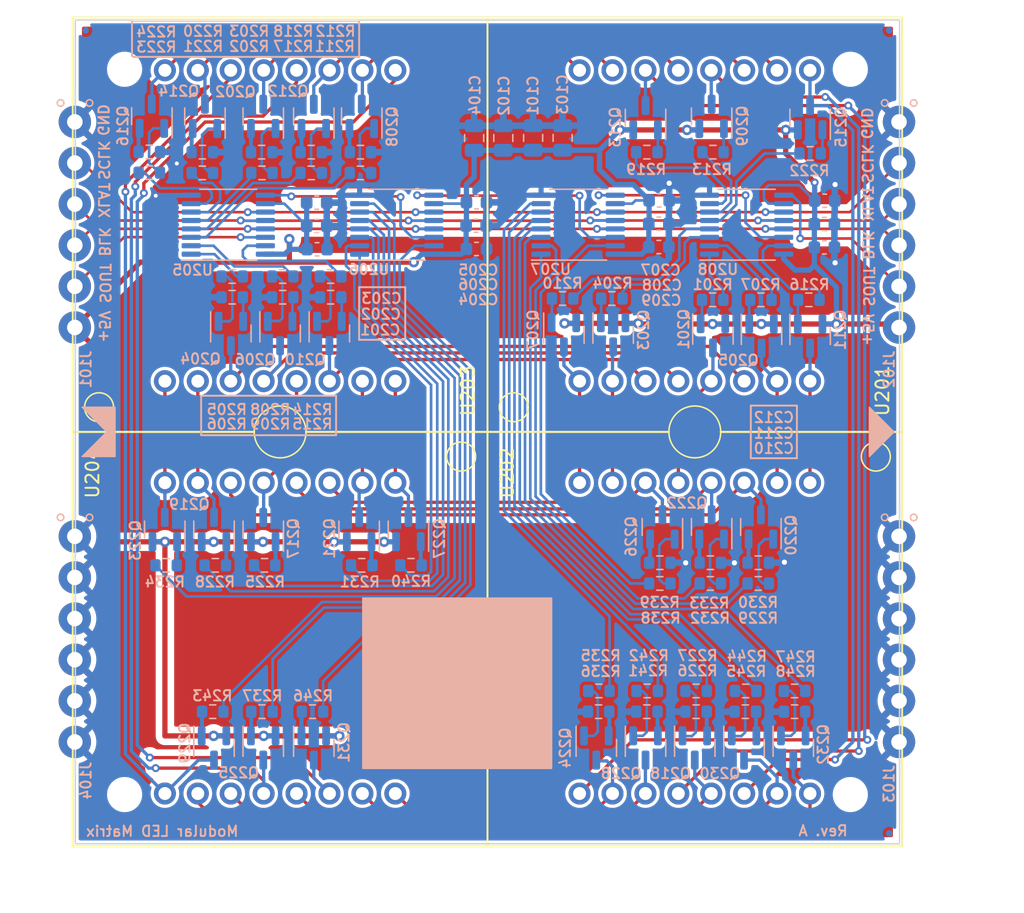
<source format=kicad_pcb>
(kicad_pcb (version 20221018) (generator pcbnew)
  (layers (0 "F.Cu" signal) (31 "B.Cu" signal) (34 "B.Paste" user) (35 "F.Paste" user) (36 "B.SilkS" user "B.Silkscreen") (37 "F.SilkS" user "F.Silkscreen") (38 "B.Mask" user) (39 "F.Mask" user) (44 "Edge.Cuts" user))
  (property "AUTHOR_EMAIL" "thors91@gmail.com")
  (property "AUTHOR_NAME" "ts91")
  (property "COMPANY" "Art-tech")
  (property "REVISION" "A")
  (property "TITLE" "Modular LED Matrix")
  (net 0 "")
  (net 1 "GND")
  (net 2 "BLANK")
  (net 3 "XLAT")
  (net 4 "SCLK")
  (net 5 "SIN")
  (net 6 "/leds/L3")
  (net 7 "/leds/L4")
  (net 8 "/leds/L5")
  (net 9 "/leds/L6")
  (net 10 "/leds/L7")
  (net 11 "/leds/L12")
  (net 12 "/leds/L9")
  (net 13 "/leds/L10")
  (net 14 "/leds/L11")
  (net 15 "/leds/L8")
  (net 16 "/leds/L13")
  (net 17 "/leds/L14")
  (net 18 "/leds/L15")
  (net 19 "/leds/L1")
  (net 20 "/leds/L2")
  (net 21 "/leds/H4")
  (net 22 "/leds/H6")
  (net 23 "/leds/H1")
  (net 24 "/leds/H7")
  (net 25 "/leds/H8")
  (net 26 "/leds/H2")
  (net 27 "/leds/H3")
  (net 28 "/leds/H5")
  (net 29 "/leds/H12")
  (net 30 "/leds/H14")
  (net 31 "/leds/H9")
  (net 32 "/leds/H15")
  (net 33 "/leds/H16")
  (net 34 "/leds/H10")
  (net 35 "/leds/H11")
  (net 36 "/leds/H13")
  (net 37 "SOUT")
  (net 38 "/leds/H1*")
  (net 39 "/leds/L1*")
  (net 40 "Net-(Q202-Pad2)")
  (net 41 "/leds/H2*")
  (net 42 "/leds/L2*")
  (net 43 "Net-(Q204-Pad2)")
  (net 44 "/leds/H3*")
  (net 45 "/leds/L3*")
  (net 46 "Net-(Q206-Pad2)")
  (net 47 "/leds/H4*")
  (net 48 "/leds/L4*")
  (net 49 "Net-(Q208-Pad2)")
  (net 50 "/leds/H5*")
  (net 51 "/leds/L5*")
  (net 52 "Net-(Q210-Pad2)")
  (net 53 "/leds/H6*")
  (net 54 "/leds/L6*")
  (net 55 "Net-(Q212-Pad2)")
  (net 56 "/leds/H7*")
  (net 57 "/leds/L7*")
  (net 58 "Net-(Q214-Pad2)")
  (net 59 "/leds/H8*")
  (net 60 "/leds/L8*")
  (net 61 "Net-(Q216-Pad2)")
  (net 62 "/leds/H9*")
  (net 63 "/leds/L9*")
  (net 64 "Net-(Q218-Pad2)")
  (net 65 "/leds/H10*")
  (net 66 "Net-(Q201-Pad1)")
  (net 67 "Net-(Q220-Pad2)")
  (net 68 "/leds/H11*")
  (net 69 "/leds/L10*")
  (net 70 "Net-(Q222-Pad2)")
  (net 71 "/leds/H12*")
  (net 72 "/leds/L11*")
  (net 73 "Net-(Q224-Pad2)")
  (net 74 "/leds/H13*")
  (net 75 "/leds/L13*")
  (net 76 "Net-(Q226-Pad2)")
  (net 77 "/leds/L14*")
  (net 78 "Net-(Q228-Pad2)")
  (net 79 "/leds/H15*")
  (net 80 "/leds/L15*")
  (net 81 "Net-(Q230-Pad2)")
  (net 82 "/leds/H16*")
  (net 83 "/leds/L16*")
  (net 84 "Net-(Q232-Pad2)")
  (net 85 "/leds/L16")
  (net 86 "S1to2")
  (net 87 "S2to3")
  (net 88 "S3to4")
  (net 89 "Net-(Q202-Pad1)")
  (net 90 "Net-(Q203-Pad1)")
  (net 91 "Net-(Q204-Pad1)")
  (net 92 "Net-(Q205-Pad1)")
  (net 93 "Net-(Q206-Pad1)")
  (net 94 "Net-(Q207-Pad1)")
  (net 95 "Net-(Q208-Pad1)")
  (net 96 "Net-(Q209-Pad1)")
  (net 97 "Net-(Q210-Pad1)")
  (net 98 "Net-(Q211-Pad1)")
  (net 99 "Net-(Q212-Pad1)")
  (net 100 "Net-(Q213-Pad1)")
  (net 101 "Net-(Q214-Pad1)")
  (net 102 "Net-(Q215-Pad1)")
  (net 103 "Net-(Q216-Pad1)")
  (net 104 "Net-(Q217-Pad1)")
  (net 105 "Net-(Q218-Pad1)")
  (net 106 "Net-(Q219-Pad1)")
  (net 107 "Net-(Q220-Pad1)")
  (net 108 "Net-(Q221-Pad1)")
  (net 109 "Net-(Q222-Pad1)")
  (net 110 "Net-(Q223-Pad1)")
  (net 111 "Net-(Q224-Pad1)")
  (net 112 "Net-(Q225-Pad1)")
  (net 113 "Net-(Q226-Pad1)")
  (net 114 "Net-(Q227-Pad1)")
  (net 115 "Net-(Q228-Pad1)")
  (net 116 "Net-(Q229-Pad1)")
  (net 117 "Net-(Q230-Pad1)")
  (net 118 "Net-(Q231-Pad1)")
  (net 119 "Net-(Q232-Pad1)")
  (net 120 "/leds/L12*")
  (net 121 "/leds/H14*")
  (net 122 "+5V")
  (footprint "MountingHole:MountingHole_2.2mm_M2" (layer "F.Cu") (at 4 28)
    (fp_text reference "H101" hide)
    (fp_text value "MountingHole")
  )
  (footprint "MountingHole:MountingHole_2.2mm_M2" (layer "F.Cu") (at 4 -28)
    (fp_text reference "H104" hide)
    (fp_text value "MountingHole")
  )
  (footprint "MountingHole:MountingHole_2.2mm_M2" (layer "F.Cu") (at 60 28)
    (fp_text reference "H103" hide)
    (fp_text value "MountingHole")
  )
  (footprint "thms:8x8_dotmatrix_1088" (layer "F.Cu") (at 0 0 90)
    (fp_text reference "U203")
    (fp_text value "1088BS")
  )
  (footprint "thms:8x8_dotmatrix_1088" (layer "F.Cu") (at 32 0 -90)
    (fp_text reference "U204")
    (fp_text value "1088BS")
  )
  (footprint "thms:8x8_dotmatrix_1088" (layer "F.Cu") (at 32 0 90)
    (fp_text reference "U201")
    (fp_text value "1088BS")
  )
  (footprint "thms:8x8_dotmatrix_1088" (layer "F.Cu") (at 64 0 -90)
    (fp_text reference "U202")
    (fp_text value "1088BS")
  )
  (footprint "MountingHole:MountingHole_2.2mm_M2" (layer "F.Cu") (at 60 -28)
    (fp_text reference "H102" hide)
    (fp_text value "MountingHole")
  )
  (footprint "Fiducials:Fiducial_0.5mm_Dia_1mm_Outer" (layer "B.Cu") (at 63 -31)
    (fp_text reference "FID102" hide)
    (fp_text value "Fiducial")
  )
  (footprint "Capacitor_SMD:C_0603_1608Metric" (layer "B.Cu") (at 18.85 -14.1)
    (fp_text reference "C201")
    (fp_text value "100n")
  )
  (footprint "Capacitor_SMD:C_0603_1608Metric" (layer "B.Cu") (at 31.1534 -14.125)
    (fp_text reference "C205")
    (fp_text value "100n")
  )
  (footprint "Capacitor_SMD:C_0603_1608Metric" (layer "B.Cu") (at 18.825 -17.7)
    (fp_text reference "C203")
    (fp_text value "100n")
  )
  (footprint "Capacitor_SMD:C_0603_1608Metric" (layer "B.Cu") (at 31.1284 -15.925)
    (fp_text reference "C206")
    (fp_text value "100n")
  )
  (footprint "Capacitor_SMD:C_0603_1608Metric" (layer "B.Cu") (at 31.1534 -17.725)
    (fp_text reference "C204")
    (fp_text value "100n")
  )
  (footprint "Capacitor_SMD:C_0603_1608Metric" (layer "B.Cu") (at 18.825 -15.9)
    (fp_text reference "C202")
    (fp_text value "100n")
  )
  (footprint "Fiducials:Fiducial_0.5mm_Dia_1mm_Outer" (layer "B.Cu") (at 63 31)
    (fp_text reference "FID101" hide)
    (fp_text value "Fiducial")
  )
  (footprint "Fiducials:Fiducial_0.5mm_Dia_1mm_Outer" (layer "B.Cu") (at 1 -31)
    (fp_text reference "FID103" hide)
    (fp_text value "Fiducial")
  )
  (footprint "Resistor_SMD:R_0603_1608Metric" (layer "B.Cu") (at 12.3 -12)
    (fp_text reference "R205")
    (fp_text value "1k")
  )
  (footprint "Package_TO_SOT_SMD:SOT-23" (layer "B.Cu") (at 49.3 7.3375 90)
    (fp_text reference "Q222")
    (fp_text value "BC817")
  )
  (footprint "Package_TO_SOT_SMD:SOT-23" (layer "B.Cu") (at 48 24.4 -90)
    (fp_text reference "Q218")
    (fp_text value "BC817")
  )
  (footprint "Resistor_SMD:R_0603_1608Metric" (layer "B.Cu") (at 37.8 -10.3)
    (fp_text reference "R210")
    (fp_text value "1k")
  )
  (footprint "Resistor_SMD:R_0603_1608Metric" (layer "B.Cu") (at 10.8 21.6)
    (fp_text reference "R243")
    (fp_text value "1k")
  )
  (footprint "Package_TO_SOT_SMD:SOT-23" (layer "B.Cu") (at 12.2 -7.6 -90)
    (fp_text reference "Q204")
    (fp_text value "BC817")
  )
  (footprint "Resistor_SMD:R_0603_1608Metric" (layer "B.Cu") (at 55.7 21.6 180)
    (fp_text reference "R248")
    (fp_text value "500")
  )
  (footprint "Resistor_SMD:R_0603_1608Metric" (layer "B.Cu") (at 22.2 -21.6)
    (fp_text reference "R212")
    (fp_text value "500")
  )
  (footprint "Resistor_SMD:R_0603_1608Metric" (layer "B.Cu") (at 5.905 -21.6152)
    (fp_text reference "R224")
    (fp_text value "500")
  )
  (footprint "Resistor_SMD:R_0603_1608Metric" (layer "B.Cu") (at 7.2 10.3 180)
    (fp_text reference "R234")
    (fp_text value "1k")
  )
  (footprint "thms:CastellatedEdge_1x06P3.175mm_Vertical" (layer "B.Cu") (at 63.8 -16 180)
    (fp_text reference "J102")
    (fp_text value "Conn_01x06_Female")
    (fp_line (start 0 10.4775) (end 0 -10.4775) (stroke (width 0.12)) (layer "Edge.Cuts"))
  )
  (footprint "Resistor_SMD:R_0603_1608Metric" (layer "B.Cu") (at 40.6 20)
    (fp_text reference "R235")
    (fp_text value "1k")
  )
  (footprint "Resistor_SMD:R_0603_1608Metric" (layer "B.Cu") (at 52.9 11.7 180)
    (fp_text reference "R229")
    (fp_text value "1k")
  )
  (footprint "Resistor_SMD:R_0603_1608Metric" (layer "B.Cu") (at 49.2 11.7 180)
    (fp_text reference "R232")
    (fp_text value "1k")
  )
  (footprint "Resistor_SMD:R_0603_1608Metric" (layer "B.Cu") (at 14.6 -20 180)
    (fp_text reference "R202")
    (fp_text value "1k")
  )
  (footprint "Resistor_SMD:R_0603_1608Metric" (layer "B.Cu") (at 49.375 -10.2)
    (fp_text reference "R201")
    (fp_text value "1k")
  )
  (footprint "Package_TO_SOT_SMD:SOT-23" (layer "B.Cu") (at 14.7 24.4 -90)
    (fp_text reference "Q225")
    (fp_text value "BC807")
  )
  (footprint "Resistor_SMD:R_0603_1608Metric" (layer "B.Cu") (at 16.2 -12)
    (fp_text reference "R208")
    (fp_text value "1k")
  )
  (footprint "Package_TO_SOT_SMD:SOT-23" (layer "B.Cu") (at 22.1 7.5375 90)
    (fp_text reference "Q221")
    (fp_text value "BC807")
  )
  (footprint "Resistor_SMD:R_0603_1608Metric" (layer "B.Cu") (at 22.2 -20 180)
    (fp_text reference "R211")
    (fp_text value "1k")
  )
  (footprint "Capacitor_SMD:C_0805_2012Metric" (layer "B.Cu") (at 33.2232 -22.6924 90)
    (fp_text reference "C102")
    (fp_text value "10u")
  )
  (footprint "Capacitor_SMD:C_0603_1608Metric" (layer "B.Cu") (at 58.025 -17.85)
    (fp_text reference "C212")
    (fp_text value "100n")
  )
  (footprint "Package_TO_SOT_SMD:SOT-23" (layer "B.Cu") (at 45.5 7.3375 90)
    (fp_text reference "Q226")
    (fp_text value "BC817")
  )
  (footprint "Package_TO_SOT_SMD:SOT-23" (layer "B.Cu") (at 6.105 -24.3777 90)
    (fp_text reference "Q216")
    (fp_text value "BC817")
  )
  (footprint "Package_TO_SOT_SMD:SOT-23" (layer "B.Cu") (at 19.8 -7.6 -90)
    (fp_text reference "Q210")
    (fp_text value "BC817")
  )
  (footprint "Package_TO_SOT_SMD:SOT-23" (layer "B.Cu") (at 53.1 7.3375 90)
    (fp_text reference "Q220")
    (fp_text value "BC817")
  )
  (footprint "Resistor_SMD:R_0603_1608Metric" (layer "B.Cu") (at 56.8 -10.2)
    (fp_text reference "R216")
    (fp_text value "1k")
  )
  (footprint "Capacitor_SMD:C_0603_1608Metric" (layer "B.Cu") (at 45.225 -14.275)
    (fp_text reference "C209")
    (fp_text value "100n")
  )
  (footprint "Resistor_SMD:R_0603_1608Metric" (layer "B.Cu") (at 49.4 -21.6 180)
    (fp_text reference "R213")
    (fp_text value "1k")
  )
  (footprint "Resistor_SMD:R_0603_1608Metric" (layer "B.Cu") (at 45.3 10.1)
    (fp_text reference "R239")
    (fp_text value "500")
  )
  (footprint "Package_TO_SOT_SMD:SOT-23" (layer "B.Cu") (at 41.7 -7.5 -90)
    (fp_text reference "Q203")
    (fp_text value "BC807")
  )
  (footprint "Resistor_SMD:R_0603_1608Metric" (layer "B.Cu") (at 49.2 10.1)
    (fp_text reference "R233")
    (fp_text value "500")
  )
  (footprint "Resistor_SMD:R_0603_1608Metric" (layer "B.Cu") (at 19.9 -12)
    (fp_text reference "R214")
    (fp_text value "1k")
  )
  (footprint "Resistor_SMD:R_0603_1608Metric" (layer "B.Cu") (at 18.4 -21.6)
    (fp_text reference "R218")
    (fp_text value "500")
  )
  (footprint "Resistor_SMD:R_0603_1608Metric" (layer "B.Cu") (at 51.925 20)
    (fp_text reference "R244")
    (fp_text value "1k")
  )
  (footprint "thms:CastellatedEdge_1x06P3.175mm_Vertical" (layer "B.Cu") (at 0.2 16 180)
    (fp_text reference "J104")
    (fp_text value "Conn_01x06_Female")
    (fp_line (start 0 10.4775) (end 0 -10.4775) (stroke (width 0.12)) (layer "Edge.Cuts"))
  )
  (footprint "Resistor_SMD:R_0603_1608Metric" (layer "B.Cu") (at 51.9 21.6 180)
    (fp_text reference "R245")
    (fp_text value "500")
  )
  (footprint "Resistor_SMD:R_0603_1608Metric" (layer "B.Cu") (at 26.1 10.3 180)
    (fp_text reference "R240")
    (fp_text value "1k")
  )
  (footprint "Package_TO_SOT_SMD:SOT-23" (layer "B.Cu") (at 14.7 7.5375 90)
    (fp_text reference "Q217")
    (fp_text value "BC807")
  )
  (footprint "Package_TO_SOT_SMD:SOT-23" (layer "B.Cu") (at 16 -7.6 -90)
    (fp_text reference "Q206")
    (fp_text value "BC817")
  )
  (footprint "Resistor_SMD:R_0603_1608Metric" (layer "B.Cu") (at 14.575 -21.6)
    (fp_text reference "R203")
    (fp_text value "500")
  )
  (footprint "Resistor_SMD:R_0603_1608Metric" (layer "B.Cu") (at 18.4 -20 180)
    (fp_text reference "R217")
    (fp_text value "1k")
  )
  (footprint "Package_TO_SOT_SMD:SOT-23" (layer "B.Cu") (at 51.8 24.4 -90)
    (fp_text reference "Q230")
    (fp_text value "BC817")
  )
  (footprint "Resistor_SMD:R_0603_1608Metric" (layer "B.Cu") (at 11 10.3 180)
    (fp_text reference "R228")
    (fp_text value "1k")
  )
  (footprint "Capacitor_SMD:C_0805_2012Metric" (layer "B.Cu") (at 30.9732 -22.6924 90)
    (fp_text reference "C104")
    (fp_text value "10u")
  )
  (footprint "Resistor_SMD:R_0603_1608Metric" (layer "B.Cu") (at 44.3 -21.6 180)
    (fp_text reference "R219")
    (fp_text value "1k")
  )
  (footprint "Resistor_SMD:R_0603_1608Metric" (layer "B.Cu") (at 16.2 -10.4 180)
    (fp_text reference "R209")
    (fp_text value "500")
  )
  (footprint "Package_TO_SOT_SMD:SOT-23" (layer "B.Cu") (at 53.149 -7.4 -90)
    (fp_text reference "Q205")
    (fp_text value "BC807")
  )
  (footprint "Package_TO_SOT_SMD:SOT-23" (layer "B.Cu") (at 37.9 -7.5 -90)
    (fp_text reference "Q207")
    (fp_text value "BC807")
  )
  (footprint "Resistor_SMD:R_0603_1608Metric" (layer "B.Cu") (at 48.1 20)
    (fp_text reference "R226")
    (fp_text value "1k")
  )
  (footprint "Capacitor_SMD:C_0805_2012Metric" (layer "B.Cu") (at 37.8 -22.7 90)
    (fp_text reference "C103")
    (fp_text value "10u")
  )
  (footprint "Resistor_SMD:R_0603_1608Metric" (layer "B.Cu") (at 45.3 11.7 180)
    (fp_text reference "R238")
    (fp_text value "1k")
  )
  (footprint "Package_TO_SOT_SMD:SOT-23" (layer "B.Cu") (at 10.2 -24.3625 90)
    (fp_text reference "Q214")
    (fp_text value "BC817")
  )
  (footprint "Package_TO_SOT_SMD:SOT-23" (layer "B.Cu") (at 49.3 -24.3625 90)
    (fp_text reference "Q209")
    (fp_text value "BC807")
  )
  (footprint "Package_SO:TSSOP-16_4.4x5mm_P0.65mm" (layer "B.Cu") (at 52 -16)
    (fp_text reference "U208")
    (fp_text value "74HC595")
  )
  (footprint "thms:CastellatedEdge_1x06P3.175mm_Vertical" (layer "B.Cu") (at 0.2 -16 180)
    (fp_text reference "J101")
    (fp_text value "Conn_01x06_Male")
    (fp_line (start 0 10.4775) (end 0 -10.4775) (stroke (width 0.12)) (layer "Edge.Cuts"))
  )
  (footprint "Capacitor_SMD:C_0603_1608Metric" (layer "B.Cu") (at 45.25 -17.875)
    (fp_text reference "C207")
    (fp_text value "100n")
  )
  (footprint "Package_TO_SOT_SMD:SOT-23" (layer "B.Cu") (at 18.6 -24.3625 90)
    (fp_text reference "Q212")
    (fp_text value "BC817")
  )
  (footprint "Capacitor_SMD:C_0805_2012Metric" (layer "B.Cu") (at 35.525 -22.7 90)
    (fp_text reference "C101")
    (fp_text value "10u")
  )
  (footprint "Package_TO_SOT_SMD:SOT-23" (layer "B.Cu") (at 10.9 7.5375 90)
    (fp_text reference "Q219")
    (fp_text value "BC807")
  )
  (footprint "Package_TO_SOT_SMD:SOT-23" (layer "B.Cu") (at 18.6 24.4 -90)
    (fp_text reference "Q231")
    (fp_text value "BC807")
  )
  (footprint "Resistor_SMD:R_0603_1608Metric" (layer "B.Cu") (at 52.9 10.1)
    (fp_text reference "R230")
    (fp_text value "500")
  )
  (footprint "thms:CastellatedEdge_1x06P3.175mm_Vertical" (layer "B.Cu") (at 63.8 16 180)
    (fp_text reference "J103")
    (fp_text value "Conn_01x06_Female")
    (fp_line (start 0 10.4775) (end 0 -10.4775) (stroke (width 0.12)) (layer "Edge.Cuts"))
  )
  (footprint "Resistor_SMD:R_0603_1608Metric" (layer "B.Cu") (at 44.325 20)
    (fp_text reference "R241")
    (fp_text value "1k")
  )
  (footprint "Capacitor_SMD:C_0603_1608Metric" (layer "B.Cu") (at 58 -16.05)
    (fp_text reference "C211")
    (fp_text value "100n")
  )
  (footprint "Package_TO_SOT_SMD:SOT-23" (layer "B.Cu") (at 49.4 -7.424 -90)
    (fp_text reference "Q201")
    (fp_text value "BC807")
  )
  (footprint "Package_TO_SOT_SMD:SOT-23" (layer "B.Cu") (at 40.4 24.4 -90)
    (fp_text reference "Q224")
    (fp_text value "BC817")
  )
  (footprint "Package_TO_SOT_SMD:SOT-23" (layer "B.Cu") (at 55.6 24.4 -90)
    (fp_text reference "Q232")
    (fp_text value "BC817")
  )
  (footprint "Package_SO:TSSOP-16_4.4x5mm_P0.65mm" (layer "B.Cu") (at 25 -16)
    (fp_text reference "U206")
    (fp_text value "74HC595")
  )
  (footprint "Resistor_SMD:R_0603_1608Metric" (layer "B.Cu") (at 41.6 -10.3)
    (fp_text reference "R204")
    (fp_text value "1k")
  )
  (footprint "Resistor_SMD:R_0603_1608Metric" (layer "B.Cu") (at 55.7 20)
    (fp_text reference "R247")
    (fp_text value "1k")
  )
  (footprint "Resistor_SMD:R_0603_1608Metric" (layer "B.Cu") (at 10 -20 180)
    (fp_text reference "R220")
    (fp_text value "1k")
  )
  (footprint "Resistor_SMD:R_0603_1608Metric" (layer "B.Cu") (at 14.6 21.6)
    (fp_text reference "R237")
    (fp_text value "1k")
  )
  (footprint "Package_TO_SOT_SMD:SOT-23" (layer "B.Cu") (at 22.3 -24.3625 90)
    (fp_text reference "Q208")
    (fp_text value "BC817")
  )
  (footprint "Package_TO_SOT_SMD:SOT-23" (layer "B.Cu") (at 7.1 7.5375 90)
    (fp_text reference "Q223")
    (fp_text value "BC807")
  )
  (footprint "Package_TO_SOT_SMD:SOT-23" (layer "B.Cu") (at 56.9 -7.4 -90)
    (fp_text reference "Q211")
    (fp_text value "BC807")
  )
  (footprint "Package_SO:TSSOP-16_4.4x5mm_P0.65mm" (layer "B.Cu") (at 39 -16)
    (fp_text reference "U207")
    (fp_text value "74HC595")
  )
  (footprint "Resistor_SMD:R_0603_1608Metric" (layer "B.Cu") (at 48.1 21.6 180)
    (fp_text reference "R227")
    (fp_text value "500")
  )
  (footprint "Capacitor_SMD:C_0603_1608Metric" (layer "B.Cu") (at 58 -14.25)
    (fp_text reference "C210")
    (fp_text value "100n")
  )
  (footprint "Capacitor_SMD:C_0603_1608Metric" (layer "B.Cu") (at 45.225 -16.075)
    (fp_text reference "C208")
    (fp_text value "100n")
  )
  (footprint "Resistor_SMD:R_0603_1608Metric" (layer "B.Cu") (at 53.1 -10.2)
    (fp_text reference "R207")
    (fp_text value "1k")
  )
  (footprint "Resistor_SMD:R_0603_1608Metric" (layer "B.Cu") (at 10 -21.6)
    (fp_text reference "R221")
    (fp_text value "500")
  )
  (footprint "Resistor_SMD:R_0603_1608Metric" (layer "B.Cu") (at 19.9 -10.4 180)
    (fp_text reference "R215")
    (fp_text value "500")
  )
  (footprint "Resistor_SMD:R_0603_1608Metric" (layer "B.Cu") (at 12.3 -10.4 180)
    (fp_text reference "R206")
    (fp_text value "500")
  )
  (footprint "Package_TO_SOT_SMD:SOT-23" (layer "B.Cu") (at 10.9 24.4 -90)
    (fp_text reference "Q229")
    (fp_text value "BC807")
  )
  (footprint "Package_SO:TSSOP-16_4.4x5mm_P0.65mm" (layer "B.Cu") (at 12 -16)
    (fp_text reference "U205")
    (fp_text value "74HC595")
  )
  (footprint "Resistor_SMD:R_0603_1608Metric" (layer "B.Cu") (at 40.575 21.6 180)
    (fp_text reference "R236")
    (fp_text value "500")
  )
  (footprint "Resistor_SMD:R_0603_1608Metric" (layer "B.Cu") (at 44.3 21.6 180)
    (fp_text reference "R242")
    (fp_text value "500")
  )
  (footprint "Resistor_SMD:R_0603_1608Metric" (layer "B.Cu") (at 18.5 21.6)
    (fp_text reference "R246")
    (fp_text value "1k")
  )
  (footprint "Package_TO_SOT_SMD:SOT-23" (layer "B.Cu") (at 56.9 -24.2625 90)
    (fp_text reference "Q215")
    (fp_text value "BC807")
  )
  (footprint "Resistor_SMD:R_0603_1608Metric" (layer "B.Cu") (at 56.9 -21.5 180)
    (fp_text reference "R222")
    (fp_text value "1k")
  )
  (footprint "Package_TO_SOT_SMD:SOT-23" (layer "B.Cu") (at 44.2 -24.2625 90)
    (fp_text reference "Q213")
    (fp_text value "BC807")
  )
  (footprint "Package_TO_SOT_SMD:SOT-23" (layer "B.Cu") (at 44.2 24.4 -90)
    (fp_text reference "Q228")
    (fp_text value "BC817")
  )
  (footprint "Resistor_SMD:R_0603_1608Metric" (layer "B.Cu") (at 14.8 10.3 180)
    (fp_text reference "R225")
    (fp_text value "1k")
  )
  (footprint "Resistor_SMD:R_0603_1608Metric" (layer "B.Cu") (at 5.905 -20.0152 180)
    (fp_text reference "R223")
    (fp_text value "1k")
  )
  (footprint "Package_TO_SOT_SMD:SOT-23" (layer "B.Cu") (at 14.7 -24.3625 90)
    (fp_text reference "Q202")
    (fp_text value "BC817")
  )
  (footprint "Resistor_SMD:R_0603_1608Metric" (layer "B.Cu") (at 22.3 10.3 180)
    (fp_text reference "R231")
    (fp_text value "1k")
  )
  (footprint "Package_TO_SOT_SMD:SOT-23" (layer "B.Cu") (at 25.9 7.5375 90)
    (fp_text reference "Q227")
    (fp_text value "BC807")
  )
  (gr_line (start 52.324 -2.032) (end 52.324 2.032) (stroke (width 0.15)) (layer "B.SilkS"))
  (gr_line (start 9.906 0.254) (end 20.32 0.254) (stroke (width 0.15)) (layer "B.SilkS"))
  (gr_line (start 25.654 -7.112) (end 25.654 -11.176) (stroke (width 0.15)) (layer "B.SilkS"))
  (gr_line (start 55.88 2.032) (end 55.88 -2.032) (stroke (width 0.15)) (layer "B.SilkS"))
  (gr_poly (pts (xy 63.375 0) (xy 61.47 1.905) (xy 61.47 -1.905)) (stroke (width 0.1)) (fill solid) (layer "B.SilkS"))
  (gr_line (start 4.572 -31.75) (end 4.572 -28.956) (stroke (width 0.15)) (layer "B.SilkS"))
  (gr_poly (pts (xy 3.265 1.9) (xy 0.725 1.9) (xy 2.63 -0.005) (xy 0.725 -1.91) (xy 3.265 -1.91)) (stroke (width 0.1)) (fill solid) (layer "B.SilkS"))
  (gr_line (start 25.654 -11.176) (end 22.098 -11.176) (stroke (width 0.15)) (layer "B.SilkS"))
  (gr_line (start 22.098 -7.112) (end 25.654 -7.112) (stroke (width 0.15)) (layer "B.SilkS"))
  (gr_rect (start 22.4028 12.8524) (end 36.9316 25.9588) (stroke (width 0.15)) (fill solid) (layer "B.SilkS"))
  (gr_line (start 4.572 -28.956) (end 22.098 -28.956) (stroke (width 0.15)) (layer "B.SilkS"))
  (gr_line (start 20.32 -2.794) (end 9.906 -2.794) (stroke (width 0.15)) (layer "B.SilkS"))
  (gr_line (start 9.906 -2.794) (end 9.906 0.254) (stroke (width 0.15)) (layer "B.SilkS"))
  (gr_line (start 22.098 -31.75) (end 4.572 -31.75) (stroke (width 0.15)) (layer "B.SilkS"))
  (gr_line (start 20.32 0.254) (end 20.32 -2.794) (stroke (width 0.15)) (layer "B.SilkS"))
  (gr_line (start 52.324 2.032) (end 55.88 2.032) (stroke (width 0.15)) (layer "B.SilkS"))
  (gr_line (start 55.88 -2.032) (end 52.324 -2.032) (stroke (width 0.15)) (layer "B.SilkS"))
  (gr_line (start 22.098 -11.176) (end 22.098 -7.112) (stroke (width 0.15)) (layer "B.SilkS"))
  (gr_line (start 22.098 -28.956) (end 22.098 -31.75) (stroke (width 0.15)) (layer "B.SilkS"))
  (gr_line (start 63.8 31.8) (end 63.8 26.4775) (stroke (width 0.1)) (layer "Edge.Cuts"))
  (gr_line (start 0.2 -31.8) (end 63.8 -31.8) (stroke (width 0.1)) (layer "Edge.Cuts"))
  (gr_line (start 0.2 26.4775) (end 0.2 31.8) (stroke (width 0.1)) (layer "Edge.Cuts"))
  (gr_line (start 0.2 -5.5225) (end 0.2 5.5225) (stroke (width 0.1)) (layer "Edge.Cuts"))
  (gr_line (start 0.2 -26.4775) (end 0.2 -31.8) (stroke (width 0.1)) (layer "Edge.Cuts"))
  (gr_line (start 63.8 5.5225) (end 63.8 -5.5225) (stroke (width 0.1)) (layer "Edge.Cuts"))
  (gr_line (start 63.8 -26.4775) (end 63.8 -31.8) (stroke (width 0.1)) (layer "Edge.Cuts"))
  (gr_line (start 0.2 31.8) (end 63.8 31.8) (stroke (width 0.1)) (layer "Edge.Cuts"))
  (gr_text "BLK" (at 2.4384 -14.6812 270) (layer "B.SilkS") (effects (font (size 0.8 0.8)) (justify mirror)))
  (gr_text "SCLK" (at 61.3156 -20.7264 270) (layer "B.SilkS") (effects (font (size 0.8 0.8)) (justify mirror)))
  (gr_text "XLAT" (at 2.3876 -17.8816 270) (layer "B.SilkS") (effects (font (size 0.8 0.8)) (justify mirror)))
  (gr_text "+5V" (at 2.4384 -8.128 270) (layer "B.SilkS") (effects (font (size 0.8 0.8)) (justify mirror)))
  (gr_text "Rev. ${REVISION}" (at 57.9 30.8) (layer "B.SilkS") (effects (font (size 0.8 0.8)) (justify mirror)))
  (gr_text "+5V" (at 61.3664 -7.874 270) (layer "B.SilkS") (effects (font (size 0.8 0.8)) (justify mirror)))
  (gr_text "SOUT" (at 61.4172 -11.2268 270) (layer "B.SilkS") (effects (font (size 0.8 0.8)) (justify mirror)))
  (gr_text "SCLK" (at 2.3876 -20.9804 270) (layer "B.SilkS") (effects (font (size 0.8 0.8)) (justify mirror)))
  (gr_text "GND" (at 61.2648 -23.8252 270) (layer "B.SilkS") (effects (font (size 0.8 0.8)) (justify mirror)))
  (gr_text "GND" (at 2.3368 -24.0792 270) (layer "B.SilkS") (effects (font (size 0.8 0.8)) (justify mirror)))
  (gr_text "SOUT" (at 2.4892 -11.4808 270) (layer "B.SilkS") (effects (font (size 0.8 0.8)) (justify mirror)))
  (gr_text "XLAT" (at 61.3156 -17.6276 270) (layer "B.SilkS") (effects (font (size 0.8 0.8)) (justify mirror)))
  (gr_text "${TITLE}" (at 6.9088 30.8356) (layer "B.SilkS") (effects (font (size 0.8 0.8)) (justify mirror)))
  (gr_text "BLK" (at 61.3664 -14.4272 270) (layer "B.SilkS") (effects (font (size 0.8 0.8)) (justify mirror)))
  (segment (start 8.0264 -20.7264) (end 8.0264 -19.8628) (width 0.3048) (layer "F.Cu") (net 1))
  (segment (start 8.0264 -19.8628) (end 6.4008 -18.2372) (width 0.3048) (layer "F.Cu") (net 1))
  (via (at 46.0248 -19.2024) (size 0.8) (drill 0.4) (layers "F.Cu" "B.Cu") (net 1))
  (via (at 8.0264 -20.7264) (size 0.6096) (drill 0.3048) (layers "F.Cu" "B.Cu") (net 1))
  (via (at 47.2948 10.1092) (size 0.8) (drill 0.4) (layers "F.Cu" "B.Cu") (net 1))
  (via (at 58.8264 -19.1008) (size 0.8) (drill 0.4) (layers "F.Cu" "B.Cu") (net 1))
  (via (at 51.054 10.1092) (size 0.8) (drill 0.4) (layers "F.Cu" "B.Cu") (net 1))
  (via (at 54.9148 10.0584) (size 0.8) (drill 0.4) (layers "F.Cu" "B.Cu") (net 1))
  (via (at 6.4008 -18.2372) (size 0.6096) (drill 0.3048) (layers "F.Cu" "B.Cu") (net 1))
  (via (at 58.8264 -13.0556) (size 0.8) (drill 0.4) (layers "F.Cu" "B.Cu") (net 1))
  (segment (start 46.025 -19.2022) (end 46.0248 -19.2024) (width 0.3048) (layer "B.Cu") (net 1))
  (segment (start 46.125 10.1) (end 47.2856 10.1) (width 0.3048) (layer "B.Cu") (net 1))
  (segment (start 31.9034 -17.7) (end 31.9284 -17.725) (width 0.3048) (layer "B.Cu") (net 1))
  (segment (start 19.6 -15.9) (end 19.6 -14.125) (width 0.3048) (layer "B.Cu") (net 1))
  (segment (start 46 -14.275) (end 46 -16.075) (width 0.3048) (layer "B.Cu") (net 1))
  (segment (start 31.9284 -15.9) (end 31.9034 -15.925) (width 0.3048) (layer "B.Cu") (net 1))
  (segment (start 58.8 -19.0744) (end 58.8264 -19.1008) (width 0.3048) (layer "B.Cu") (net 1))
  (segment (start 54.8732 10.1) (end 54.9148 10.0584) (width 0.3048) (layer "B.Cu") (net 1))
  (segment (start 31.9034 -15.925) (end 31.9034 -17.7) (width 0.3048) (layer "B.Cu") (net 1))
  (segment (start 58.775 -16.05) (end 58.775 -17.825) (width 0.3048) (layer "B.Cu") (net 1))
  (segment (start 53.725 10.1) (end 54.8732 10.1) (width 0.3048) (layer "B.Cu") (net 1))
  (segment (start 46.025 -17.875) (end 46.025 -19.2022) (width 0.3048) (layer "B.Cu") (net 1))
  (segment (start 58.775 -17.825) (end 58.8 -17.85) (width 0.3048) (layer "B.Cu") (net 1))
  (segment (start 31.9284 -14.125) (end 31.9284 -15.9) (width 0.3048) (layer "B.Cu") (net 1))
  (segment (start 58.775 -13.107) (end 58.8264 -13.0556) (width 0.3048) (layer "B.Cu") (net 1))
  (segment (start 19.6 -14.125) (end 19.625 -14.1) (width 0.3048) (layer "B.Cu") (net 1))
  (segment (start 46 -17.85) (end 46.025 -17.875) (width 0.3048) (layer "B.Cu") (net 1))
  (segment (start 51.0448 10.1) (end 51.054 10.1092) (width 0.3048) (layer "B.Cu") (net 1))
  (segment (start 47.2856 10.1) (end 47.2948 10.1092) (width 0.3048) (layer "B.Cu") (net 1))
  (segment (start 58.775 -14.25) (end 58.775 -13.107) (width 0.3048) (layer "B.Cu") (net 1))
  (segment (start 46 -16.075) (end 46 -17.85) (width 0.3048) (layer "B.Cu") (net 1))
  (segment (start 58.8 -17.85) (end 58.8 -19.0744) (width 0.3048) (layer "B.Cu") (net 1))
  (segment (start 50.025 10.1) (end 51.0448 10.1) (width 0.3048) (layer "B.Cu") (net 1))
  (segment (start 19.6 -17.7) (end 19.6 -15.9) (width 0.3048) (layer "B.Cu") (net 1))
  (segment (start 58.775 -14.25) (end 58.775 -16.05) (width 0.3048) (layer "B.Cu") (net 1))
  (segment (start 1.427302 -15.679802) (end 0.3511 -14.6036) (width 0.2032) (layer "F.Cu") (net 2))
  (segment (start 13.500124 -15.679802) (end 1.427302 -15.679802) (width 0.2032) (layer "F.Cu") (net 2))
  (segment (start 26.450124 -15.679802) (end 26.455124 -15.674802) (width 0.2032) (layer "F.Cu") (net 2))
  (segment (start 53.451374 -15.679802) (end 62.492698 -15.679802) (width 0.2032) (layer "F.Cu") (net 2))
  (segment (start 40.451374 -15.679802) (end 53.451374 -15.679802) (width 0.2032) (layer "F.Cu") (net 2))
  (segment (start 13.500124 -15.679802) (end 26.450124 -15.679802) (width 0.2032) (layer "F.Cu") (net 2))
  (segment (start 62.492698 -15.679802) (end 63.6489 -14.5236) (width 0.2032) (layer "F.Cu") (net 2))
  (segment (start 40.446374 -15.674802) (end 40.451374 -15.679802) (width 0.2032) (layer "F.Cu") (net 2))
  (segment (start 26.455124 -15.674802) (end 40.446374 -15.674802) (width 0.2032) (layer "F.Cu") (net 2))
  (via (at 13.500124 -15.679802) (size 0.6096) (drill 0.3048) (layers "F.Cu" "B.Cu") (net 2))
  (via (at 40.451374 -15.679802) (size 0.6096) (drill 0.3048) (layers "F.Cu" "B.Cu") (net 2))
  (via (at 26.455124 -15.674802) (size 0.6096) (drill 0.3048) (layers "F.Cu" "B.Cu") (net 2))
  (via (at 53.451374 -15.679802) (size 0.6096) (drill 0.3048) (layers "F.Cu" "B.Cu") (net 2))
  (segment (start 14.8625 -15.675) (end 13.504926 -15.675) (width 0.2032) (layer "B.Cu") (net 2))
  (segment (start 41.81375 -15.675) (end 40.456176 -15.675) (width 0.2032) (layer "B.Cu") (net 2))
  (segment (start 13.504926 -15.675) (end 13.500124 -15.679802) (width 0.2032) (layer "B.Cu") (net 2))
  (segment (start 54.81375 -15.675) (end 53.456176 -15.675) (width 0.2032) (layer "B.Cu") (net 2))
  (segment (start 27.8175 -15.67) (end 26.459926 -15.67) (width 0.2032) (layer "B.Cu") (net 2))
  (segment (start 13.09 -16.324862) (end 13.23779 -16.324862) (width 0.2032) (layer "F.Cu") (net 3))
  (segment (start 12.952608 -16.323369) (end 1.424131 -16.323369) (width 0.2032) (layer "F.Cu") (net 3))
  (segment (start 40.04125 -16.324862) (end 53.04125 -16.324862) (width 0.2032) (layer "F.Cu") (net 3))
  (segment (start 40.024688 -16.3083) (end 40.04125 -16.324862) (width 0.2032) (layer "F.Cu") (net 3))
  (segment (start 1.424131 -16.323369) (end 0.7775 -16.97) (width 0.2032) (layer "F.Cu") (net 3))
  (segment (start 13.23779 -16.324862) (end 13.254352 -16.3083) (width 0.2032) (layer "F.Cu") (net 3))
  (segment (start 13.254352 -16.3083) (end 40.024688 -16.3083) (width 0.2032) (layer "F.Cu") (net 3))
  (segment (start 52.8828 -16.324862) (end 62.497362 -16.324862) (width 0.2032) (layer "F.Cu") (net 3))
  (segment (start 62.497362 -16.324862) (end 63.1425 -16.97) (width 0.2032) (layer "F.Cu") (net 3))
  (via (at 52.8828 -16.324862) (size 0.6096) (drill 0.3048) (layers "F.Cu" "B.Cu") (net 3))
  (via (at 12.952608 -16.323369) (size 0.6096) (drill 0.3048) (layers "F.Cu" "B.Cu") (net 3))
  (via (at 25.908 -16.319862) (size 0.6096) (drill 0.3048) (layers "F.Cu" "B.Cu") (net 3))
  (via (at 39.9288 -16.324862) (size 0.6096) (drill 0.3048) (layers "F.Cu" "B.Cu") (net 3))
  (segment (start 13.111984 -16.3083) (end 13.095422 -16.324862) (width 0.2032) (layer "B.Cu") (net 3))
  (segment (start 27.8175 -16.32) (end 26.05056 -16.32) (width 0.2032) (layer "B.Cu") (net 3))
  (segment (start 41.81375 -16.325) (end 40.04681 -16.325) (width 0.2032) (layer "B.Cu") (net 3))
  (segment (start 14.8625 -16.325) (end 14.8458 -16.3083) (width 0.2032) (layer "B.Cu") (net 3))
  (segment (start 14.8458 -16.3083) (end 13.111984 -16.3083) (width 0.2032) (layer "B.Cu") (net 3))
  (segment (start 54.81375 -16.325) (end 53.04681 -16.325) (width 0.2032) (layer "B.Cu") (net 3))
  (segment (start 26.455 -16.965) (end 40.44625 -16.965) (width 0.2032) (layer "F.Cu") (net 4))
  (segment (start 13.50665 -16.9672) (end 4.572 -16.9672) (width 0.2032) (layer "F.Cu") (net 4))
  (segment (start 53.45125 -16.97) (end 59.9675 -16.97) (width 0.2032) (layer "F.Cu") (net 4))
  (segment (start 0.7767 -20.7625) (end 0.3511 -20.7625) (width 0.2032) (layer "F.Cu") (net 4))
  (segment (start 4.572 -16.9672) (end 0.7767 -20.7625) (width 0.2032) (layer "F.Cu") (net 4))
  (segment (start 40.45125 -16.97) (end 53.45125 -16.97) (width 0.2032) (layer "F.Cu") (net 4))
  (segment (start 26.455 -16.965) (end 13.55425 -16.965) (width 0.2032) (layer "F.Cu") (net 4))
  (segment (start 40.44625 -16.965) (end 40.45125 -16.97) (width 0.2032) (layer "F.Cu") (net 4))
  (segment (start 59.9675 -16.97) (end 63.6489 -20.6514) (width 0.2032) (layer "F.Cu") (net 4))
  (via (at 40.45125 -16.97) (size 0.6096) (drill 0.3048) (layers "F.Cu" "B.Cu") (net 4))
  (via (at 53.45125 -16.97) (size 0.6096) (drill 0.3048) (layers "F.Cu" "B.Cu") (net 4))
  (via (at 13.50665 -16.9672) (size 0.6096) (drill 0.3048) (layers "F.Cu" "B.Cu") (net 4))
  (via (at 26.455 -16.965) (size 0.6096) (drill 0.3048) (layers "F.Cu" "B.Cu") (net 4))
  (segment (start 54.81375 -16.975) (end 53.45625 -16.975) (width 0.2032) (layer "B.Cu") (net 4))
  (segment (start 13.56425 -16.975) (end 13.50665 -16.9174) (width 0.2032) (layer "B.Cu") (net 4))
  (segment (start 41.81375 -16.975) (end 40.45625 -16.975) (width 0.2032) (layer "B.Cu") (net 4))
  (segment (start 27.817496 -16.969999) (end 26.459993 -16.969999) (width 0.2032) (layer "B.Cu") (net 4))
  (segment (start 14.8625 -16.975) (end 13.56425 -16.975) (width 0.2032) (layer "B.Cu") (net 4))
  (segment (start 3.9593 -15.0368) (end 0.3511 -11.4286) (width 0.2032) (layer "F.Cu") (net 5))
  (segment (start 12.954 -15.0368) (end 3.9593 -15.0368) (width 0.2032) (layer "F.Cu") (net 5))
  (via (at 12.954 -15.0368) (size 0.6096) (drill 0.3048) (layers "F.Cu" "B.Cu") (net 5))
  (segment (start 13.085 -15.025) (end 13.08 -15.03) (width 0.2032) (layer "B.Cu") (net 5))
  (segment (start 14.8625 -15.025) (end 13.085 -15.025) (width 0.2032) (layer "B.Cu") (net 5))
  (segment (start 14.874 -6.604) (end 12.19 -3.92) (width 0.254) (layer "F.Cu") (net 6))
  (segment (start 49.126 -6.604) (end 14.874 -6.604) (width 0.254) (layer "F.Cu") (net 6))
  (segment (start 51.81 -3.92) (end 49.126 -6.604) (width 0.254) (layer "F.Cu") (net 6))
  (segment (start 12.19 -6.6525) (end 12.19 -3.92) (width 0.254) (layer "B.Cu") (net 6))
  (segment (start 12.2 -6.6625) (end 12.19 -6.6525) (width 0.254) (layer "B.Cu") (net 6))
  (segment (start 39.11 -27.92) (end 37.4699 -29.5601) (width 0.254) (layer "F.Cu") (net 7))
  (segment (start 37.4699 -29.5601) (end 23.9901 -29.5601) (width 0.254) (layer "F.Cu") (net 7))
  (segment (start 23.9901 -29.5601) (end 22.35 -27.92) (width 0.254) (layer "F.Cu") (net 7))
  (segment (start 22.35 -25.35) (end 22.35 -27.92) (width 0.254) (layer "B.Cu") (net 7))
  (segment (start 22.3 -25.3) (end 22.35 -25.35) (width 0.254) (layer "B.Cu") (net 7))
  (segment (start 21.463 -5.588) (end 42.522 -5.588) (width 0.254) (layer "F.Cu") (net 8))
  (segment (start 19.81 -3.92) (end 20.967 -5.077) (width 0.254) (layer "F.Cu") (net 8))
  (segment (start 20.967 -5.077) (end 20.967 -5.092) (width 0.254) (layer "F.Cu") (net 8))
  (segment (start 20.967 -5.092) (end 21.463 -5.588) (width 0.254) (layer "F.Cu") (net 8))
  (segment (start 42.522 -5.588) (end 44.19 -3.92) (width 0.254) (layer "F.Cu") (net 8))
  (segment (start 19.81 -6.6525) (end 19.81 -3.92) (width 0.254) (layer "B.Cu") (net 8))
  (segment (start 19.8 -6.6625) (end 19.81 -6.6525) (width 0.254) (layer "B.Cu") (net 8))
  (segment (start 21.8841 -29.9941) (end 19.81 -27.92) (width 0.254) (layer "F.Cu") (net 9))
  (segment (start 41.65 -27.92) (end 39.5759 -29.9941) (width 0.254) (layer "F.Cu") (net 9))
  (segment (start 39.5759 -29.9941) (end 21.8841 -29.9941) (width 0.254) (layer "F.Cu") (net 9))
  (segment (start 18.6 -25.3) (end 18.6 -26.71) (width 0.254) (layer "B.Cu") (net 9))
  (segment (start 18.6 -26.71) (end 19.81 -27.92) (width 0.254) (layer "B.Cu") (net 9))
  (segment (start 12.63 -30.9) (end 9.65 -27.92) (width 0.254) (layer "F.Cu") (net 10))
  (segment (start 48.83 -30.9) (end 12.63 -30.9) (width 0.254) (layer "F.Cu") (net 10))
  (segment (start 51.81 -27.92) (end 48.83 -30.9) (width 0.254) (layer "F.Cu") (net 10))
  (segment (start 10.2 -27.37) (end 9.65 -27.92) (width 0.254) (layer "B.Cu") (net 10))
  (segment (start 10.2 -25.3) (end 10.2 -27.37) (width 0.254) (layer "B.Cu") (net 10))
  (segment (start 24.89 27.92) (end 26.5301 29.5601) (width 0.254) (layer "F.Cu") (net 11))
  (segment (start 26.5301 29.5601) (end 40.0099 29.5601) (width 0.254) (layer "F.Cu") (net 11))
  (segment (start 40.0099 29.5601) (end 41.65 27.92) (width 0.254) (layer "F.Cu") (net 11))
  (segment (start 41.2 25.4) (end 41.65 25.85) (width 0.254) (layer "B.Cu") (net 11))
  (segment (start 40.4625 25.4) (end 41.2 25.4) (width 0.254) (layer "B.Cu") (net 11))
  (segment (start 41.65 25.85) (end 41.65 27.92) (width 0.254) (layer "B.Cu") (net 11))
  (segment (start 40.4 25.3375) (end 40.4625 25.4) (width 0.254) (layer "B.Cu") (net 11))
  (segment (start 19.7781 30.4281) (end 46.7619 30.4281) (width 0.254) (layer "F.Cu") (net 12))
  (segment (start 17.27 27.92) (end 19.7781 30.4281) (width 0.254) (layer "F.Cu") (net 12))
  (segment (start 46.7619 30.4281) (end 49.27 27.92) (width 0.254) (layer "F.Cu") (net 12))
  (segment (start 48 25.3375) (end 48 26.65) (width 0.254) (layer "B.Cu") (net 12))
  (segment (start 48 26.65) (end 49.27 27.92) (width 0.254) (layer "B.Cu") (net 12))
  (segment (start 12.19 3.92) (end 12.19 4.8748) (width 0.254) (layer "F.Cu") (net 13))
  (segment (start 49.3292 6.4008) (end 51.81 3.92) (width 0.254) (layer "F.Cu") (net 13))
  (segment (start 13.716 6.4008) (end 49.3292 6.4008) (width 0.254) (layer "F.Cu") (net 13))
  (segment (start 12.19 4.8748) (end 13.716 6.4008) (width 0.254) (layer "F.Cu") (net 13))
  (segment (start 53.1 6.4) (end 53.1 5.21) (width 0.254) (layer "B.Cu") (net 13))
  (segment (start 53.1 5.21) (end 51.81 3.92) (width 0.254) (layer "B.Cu") (net 13))
  (segment (start 17.27 4.3668) (end 18.8468 5.9436) (width 0.254) (layer "F.Cu") (net 14))
  (segment (start 47.2464 5.9436) (end 49.27 3.92) (width 0.254) (layer "F.Cu") (net 14))
  (segment (start 17.27 3.92) (end 17.27 4.3668) (width 0.254) (layer "F.Cu") (net 14))
  (segment (start 18.8468 5.9436) (end 47.2464 5.9436) (width 0.254) (layer "F.Cu") (net 14))
  (segment (start 49.3 6.4) (end 49.3 3.95) (width 0.254) (layer "B.Cu") (net 14))
  (segment (start 49.3 3.95) (end 49.27 3.92) (width 0.254) (layer "B.Cu") (net 14))
  (segment (start 10.524 -31.334) (end 50.936 -31.334) (width 0.254) (layer "F.Cu") (net 15))
  (segment (start 50.936 -31.334) (end 54.35 -27.92) (width 0.254) (layer "F.Cu") (net 15))
  (segment (start 7.11 -27.92) (end 10.524 -31.334) (width 0.254) (layer "F.Cu") (net 15))
  (segment (start 6.105 -25.3152) (end 6.105 -26.915) (width 0.254) (layer "B.Cu") (net 15))
  (segment (start 6.105 -26.915) (end 7.11 -27.92) (width 0.254) (layer "B.Cu") (net 15))
  (segment (start 21.082 5.4356) (end 42.6744 5.4356) (width 0.254) (layer "F.Cu") (net 16))
  (segment (start 42.6744 5.4356) (end 44.19 3.92) (width 0.254) (layer "F.Cu") (net 16))
  (segment (start 19.81 4.1636) (end 21.082 5.4356) (width 0.254) (layer "F.Cu") (net 16))
  (segment (start 19.81 3.92) (end 19.81 4.1636) (width 0.254) (layer "F.Cu") (net 16))
  (segment (start 45.5 5.23) (end 44.19 3.92) (width 0.254) (layer "B.Cu") (net 16))
  (segment (start 45.5 6.4) (end 45.5 5.23) (width 0.254) (layer "B.Cu") (net 16))
  (segment (start 42.1159 29.9941) (end 24.4241 29.9941) (width 0.254) (layer "F.Cu") (net 17))
  (segment (start 24.4241 29.9941) (end 22.35 27.92) (width 0.254) (layer "F.Cu") (net 17))
  (segment (start 44.19 27.92) (end 42.1159 29.9941) (width 0.254) (layer "F.Cu") (net 17))
  (segment (start 44.2 25.3375) (end 44.19 25.3475) (width 0.254) (layer "B.Cu") (net 17))
  (segment (start 44.19 25.3475) (end 44.19 27.92) (width 0.254) (layer "B.Cu") (net 17))
  (segment (start 54.35 27.92) (end 51.4079 30.8621) (width 0.254) (layer "F.Cu") (net 18))
  (segment (start 51.4079 30.8621) (end 15.1321 30.8621) (width 0.254) (layer "F.Cu") (net 18))
  (segment (start 15.1321 30.8621) (end 12.19 27.92) (width 0.254) (layer "F.Cu") (net 18))
  (segment (start 54.35 26.65) (end 54.35 27.92) (width 0.254) (layer "B.Cu") (net 18))
  (segment (start 51.8 25.3375) (end 53.0375 25.3375) (width 0.254) (layer "B.Cu") (net 18))
  (segment (start 53.0375 25.3375) (end 54.35 26.65) (width 0.254) (layer "B.Cu") (net 18))
  (segment (start 17.2381 -30.4281) (end 14.73 -27.92) (width 0.254) (layer "F.Cu") (net 19))
  (segment (start 46.73 -27.92) (end 44.2219 -30.4281) (width 0.254) (layer "F.Cu") (net 19))
  (segment (start 44.2219 -30.4281) (end 17.2381 -30.4281) (width 0.254) (layer "F.Cu") (net 19))
  (segment (start 14.7 -25.3) (end 14.73 -25.33) (width 0.254) (layer "B.Cu") (net 19))
  (segment (start 14.73 -25.33) (end 14.73 -27.92) (width 0.254) (layer "B.Cu") (net 19))
  (segment (start 44.554 -6.096) (end 46.73 -3.92) (width 0.254) (layer "F.Cu") (net 20))
  (segment (start 16.906 -6.096) (end 44.554 -6.096) (width 0.254) (layer "F.Cu") (net 20))
  (segment (start 14.73 -3.92) (end 16.906 -6.096) (width 0.254) (layer "F.Cu") (net 20))
  (segment (start 16 -5.19) (end 14.73 -3.92) (width 0.254) (layer "B.Cu") (net 20))
  (segment (start 16 -6.6625) (end 16 -5.19) (width 0.254) (layer "B.Cu") (net 20))
  (segment (start 39.11 -3.92) (end 39.11 3.92) (width 0.254) (layer "F.Cu") (net 21))
  (segment (start 37.9 -5.13) (end 39.11 -3.92) (width 0.254) (layer "B.Cu") (net 21))
  (segment (start 37.9 -6.5625) (end 37.9 -5.13) (width 0.254) (layer "B.Cu") (net 21))
  (segment (start 56.89 -3.92) (end 56.89 3.92) (width 0.254) (layer "F.Cu") (net 22))
  (segment (start 56.9 -6.4625) (end 56.89 -6.4525) (width 0.254) (layer "B.Cu") (net 22))
  (segment (start 56.89 -6.4525) (end 56.89 -3.92) (width 0.254) (layer "B.Cu") (net 22))
  (segment (start 46.73 -1.38) (end 49.27 -3.92) (width 0.254) (layer "F.Cu") (net 23))
  (segment (start 46.73 3.92) (end 46.73 -1.38) (width 0.254) (layer "F.Cu") (net 23))
  (segment (start 49.4 -6.4865) (end 49.4 -4.05) (width 0.254) (layer "B.Cu") (net 23))
  (segment (start 49.4 -4.05) (end 49.27 -3.92) (width 0.254) (layer "B.Cu") (net 23))
  (segment (start 61.3156 23.7744) (end 43.2556 23.7744) (width 0.254) (layer "F.Cu") (net 24))
  (segment (start 43.2556 23.7744) (end 39.11 27.92) (width 0.254) (layer "F.Cu") (net 24))
  (segment (start 59.8424 -25.1968) (end 46.9132 -25.1968) (width 0.254) (layer "F.Cu") (net 24))
  (segment (start 46.9132 -25.1968) (end 44.19 -27.92) (width 0.254) (layer "F.Cu") (net 24))
  (via (at 61.3156 23.7744) (size 0.6096) (drill 0.3048) (layers "F.Cu" "B.Cu") (net 24))
  (via (at 59.8424 -25.1968) (size 0.6096) (drill 0.3048) (layers "F.Cu" "B.Cu") (net 24))
  (segment (start 44.2 -25.2) (end 44.19 -25.21) (width 0.254) (layer "B.Cu") (net 24))
  (segment (start 44.19 -25.21) (end 44.19 -27.92) (width 0.254) (layer "B.Cu") (net 24))
  (segment (start 61.1124 -21.082) (end 61.1124 23.5712) (width 0.254) (layer "B.Cu") (net 24))
  (segment (start 61.1124 -21.082) (end 61.1124 -23.9268) (width 0.254) (layer "B.Cu") (net 24))
  (segment (start 61.1124 -23.9268) (end 59.8424 -25.1968) (width 0.254) (layer "B.Cu") (net 24))
  (segment (start 61.1124 23.5712) (end 61.3156 23.7744) (width 0.254) (layer "B.Cu") (net 24))
  (segment (start 54.4316 25.2984) (end 51.81 27.92) (width 0.254) (layer "F.Cu") (net 25))
  (segment (start 58.8264 25.2984) (end 54.4316 25.2984) (width 0.254) (layer "F.Cu") (net 25))
  (via (at 58.8264 25.2984) (size 0.6096) (drill 0.3048) (layers "F.Cu" "B.Cu") (net 25))
  (segment (start 58.8264 25.2984) (end 60.198 23.9268) (width 0.254) (layer "B.Cu") (net 25))
  (segment (start 56.89 -25.21) (end 56.89 -27.92) (width 0.254) (layer "B.Cu") (net 25))
  (segment (start 60.198 23.9268) (end 60.198 -23.2664) (width 0.254) (layer "B.Cu") (net 25))
  (segment (start 60.198 -23.2664) (end 58.2644 -25.2) (width 0.254) (layer "B.Cu") (net 25))
  (segment (start 56.9 -25.2) (end 56.89 -25.21) (width 0.254) (layer "B.Cu") (net 25))
  (segment (start 58.2644 -25.2) (end 56.9 -25.2) (width 0.254) (layer "B.Cu") (net 25))
  (segment (start 41.65 -3.92) (end 41.65 3.92) (width 0.254) (layer "F.Cu") (net 26))
  (segment (start 41.7 -6.5625) (end 41.65 -6.5125) (width 0.254) (layer "B.Cu") (net 26))
  (segment (start 41.65 -6.5125) (end 41.65 -3.92) (width 0.254) (layer "B.Cu") (net 26))
  (segment (start 54.35 -3.92) (end 54.35 3.92) (width 0.254) (layer "F.Cu") (net 27))
  (segment (start 53.149 -5.121) (end 54.35 -3.92) (width 0.254) (layer "B.Cu") (net 27))
  (segment (start 53.149 -6.4625) (end 53.149 -5.121) (width 0.254) (layer "B.Cu") (net 27))
  (segment (start 51.3328 -25.8572) (end 49.27 -27.92) (width 0.254) (layer "F.Cu") (net 28))
  (segment (start 58.0644 -25.8572) (end 51.3328 -25.8572) (width 0.254) (layer "F.Cu") (net 28))
  (segment (start 60.6552 24.638) (end 50.012 24.638) (width 0.254) (layer "F.Cu") (net 28))
  (segment (start 50.012 24.638) (end 46.73 27.92) (width 0.254) (layer "F.Cu") (net 28))
  (via (at 60.6552 24.638) (size 0.6096) (drill 0.3048) (layers "F.Cu" "B.Cu") (net 28))
  (via (at 58.0644 -25.8572) (size 0.6096) (drill 0.3048) (layers "F.Cu" "B.Cu") (net 28))
  (segment (start 49.27 -25.33) (end 49.27 -27.92) (width 0.254) (layer "B.Cu") (net 28))
  (segment (start 60.6552 -22.1488) (end 60.6552 -23.4696) (width 0.254) (layer "B.Cu") (net 28))
  (segment (start 60.6552 -22.1488) (end 60.6552 24.638) (width 0.254) (layer "B.Cu") (net 28))
  (segment (start 49.3 -25.3) (end 49.27 -25.33) (width 0.254) (layer "B.Cu") (net 28))
  (segment (start 60.6552 -23.4696) (end 58.2676 -25.8572) (width 0.254) (layer "B.Cu") (net 28))
  (segment (start 58.2676 -25.8572) (end 58.0644 -25.8572) (width 0.254) (layer "B.Cu") (net 28))
  (segment (start 7.11 -3.92) (end 7.11 3.92) (width 0.254) (layer "F.Cu") (net 29))
  (segment (start 7.11 6.59) (end 7.11 3.92) (width 0.254) (layer "B.Cu") (net 29))
  (segment (start 7.1 6.6) (end 7.11 6.59) (width 0.254) (layer "B.Cu") (net 29))
  (segment (start 24.89 -3.92) (end 24.89 3.92) (width 0.254) (layer "F.Cu") (net 30))
  (segment (start 25.9 4.93) (end 24.89 3.92) (width 0.254) (layer "B.Cu") (net 30))
  (segment (start 25.9 6.6) (end 25.9 4.93) (width 0.254) (layer "B.Cu") (net 30))
  (segment (start 17.27 -3.92) (end 17.27 1.38) (width 0.254) (layer "F.Cu") (net 31))
  (segment (start 17.27 1.38) (end 14.73 3.92) (width 0.254) (layer "F.Cu") (net 31))
  (segment (start 14.73 6.57) (end 14.73 3.92) (width 0.254) (layer "B.Cu") (net 31))
  (segment (start 14.7 6.6) (end 14.73 6.57) (width 0.254) (layer "B.Cu") (net 31))
  (segment (start 12.19 -27.3284) (end 4.064 -19.2024) (width 0.254) (layer "F.Cu") (net 32))
  (segment (start 12.19 -27.92) (end 12.19 -27.3284) (width 0.254) (layer "F.Cu") (net 32))
  (segment (start 4.064 -19.2024) (end 4.064 -18.6944) (width 0.254) (layer "F.Cu") (net 32))
  (via (at 4.064 -18.542) (size 0.6096) (drill 0.3048) (layers "F.Cu" "B.Cu") (net 32))
  (segment (start 4.064 24.874) (end 7.11 27.92) (width 0.254) (layer "B.Cu") (net 32))
  (segment (start 10.9 25.3375) (end 9.6925 25.3375) (width 0.254) (layer "B.Cu") (net 32))
  (segment (start 4.064 -18.5928) (end 4.064 24.874) (width 0.254) (layer "B.Cu") (net 32))
  (segment (start 9.6925 25.3375) (end 7.11 27.92) (width 0.254) (layer "B.Cu") (net 32))
  (segment (start 24.89 -27.92) (end 24.89 -27.176) (width 0.254) (layer "F.Cu") (net 33))
  (segment (start 21.6408 -23.9268) (end 10.2108 -23.9268) (width 0.254) (layer "F.Cu") (net 33))
  (segment (start 10.2108 -23.9268) (end 5.4864 -19.2024) (width 0.254) (layer "F.Cu") (net 33))
  (segment (start 5.9436 25.146) (end 17.036 25.146) (width 0.254) (layer "F.Cu") (net 33))
  (segment (start 5.4864 -19.2024) (end 5.4864 -18.5928) (width 0.254) (layer "F.Cu") (net 33))
  (segment (start 17.036 25.146) (end 19.81 27.92) (width 0.254) (layer "F.Cu") (net 33))
  (segment (start 24.89 -27.176) (end 21.6408 -23.9268) (width 0.254) (layer "F.Cu") (net 33))
  (via (at 5.9436 25.146) (size 0.6096) (drill 0.3048) (layers "F.Cu" "B.Cu") (net 33))
  (via (at 5.4864 -18.4404) (size 0.6096) (drill 0.3048) (layers "F.Cu" "B.Cu") (net 33))
  (segment (start 5.4864 -18.288) (end 4.9784 -17.78) (width 0.254) (layer "B.Cu") (net 33))
  (segment (start 4.9784 24.1808) (end 5.9436 25.146) (width 0.254) (layer "B.Cu") (net 33))
  (segment (start 18.6 25.3375) (end 18.6 26.71) (width 0.254) (layer "B.Cu") (net 33))
  (segment (start 18.6 26.71) (end 19.81 27.92) (width 0.254) (layer "B.Cu") (net 33))
  (segment (start 4.9784 -17.78) (end 4.9784 24.1808) (width 0.254) (layer "B.Cu") (net 33))
  (segment (start 9.65 -3.92) (end 9.65 3.92) (width 0.254) (layer "F.Cu") (net 34))
  (segment (start 10.9 6.6) (end 10.9 5.17) (width 0.254) (layer "B.Cu") (net 34))
  (segment (start 10.9 5.17) (end 9.65 3.92) (width 0.254) (layer "B.Cu") (net 34))
  (segment (start 22.35 -3.92) (end 22.35 3.92) (width 0.254) (layer "F.Cu") (net 35))
  (segment (start 22.1 4.17) (end 22.35 3.92) (width 0.254) (layer "B.Cu") (net 35))
  (segment (start 22.1 6.6) (end 22.1 4.17) (width 0.254) (layer "B.Cu") (net 35))
  (segment (start 6.4008 25.9588) (end 13.7668 25.9588) (width 0.254) (layer "F.Cu") (net 36))
  (segment (start 9.906 -24.384) (end 4.826 -19.304) (width 0.254) (layer "F.Cu") (net 36))
  (segment (start 17.27 -26.9728) (end 14.6812 -24.384) (width 0.254) (layer "F.Cu") (net 36))
  (segment (start 13.7668 25.9588) (end 14.73 26.922) (width 0.254) (layer "F.Cu") (net 36))
  (segment (start 14.73 26.922) (end 14.73 27.92) (width 0.254) (layer "F.Cu") (net 36))
  (segment (start 4.826 -19.304) (end 4.826 -19.05) (width 0.254) (layer "F.Cu") (net 36))
  (segment (start 17.27 -27.92) (end 17.27 -26.9728) (width 0.254) (layer "F.Cu") (net 36))
  (segment (start 14.6812 -24.384) (end 9.906 -24.384) (width 0.254) (layer "F.Cu") (net 36))
  (via (at 6.4008 25.9588) (size 0.6096) (drill 0.3048) (layers "F.Cu" "B.Cu") (net 36))
  (via (at 4.826 -18.9484) (size 0.6096) (drill 0.3048) (layers "F.Cu" "B.Cu") (net 36))
  (segment (start 5.842 25.9588) (end 6.4008 25.9588) (width 0.254) (layer "B.Cu") (net 36))
  (segment (start 14.73 25.3675) (end 14.73 27.92) (width 0.254) (layer "B.Cu") (net 36))
  (segment (start 4.5212 24.638) (end 5.842 25.9588) (width 0.254) (layer "B.Cu") (net 36))
  (segment (start 4.5212 -17.9832) (end 4.5212 24.638) (width 0.254) (layer "B.Cu") (net 36))
  (segment (start 4.826 -19.05) (end 4.826 -18.288) (width 0.254) (layer "B.Cu") (net 36))
  (segment (start 14.7 25.3375) (end 14.73 25.3675) (width 0.254) (layer "B.Cu") (net 36))
  (segment (start 4.826 -18.288) (end 4.5212 -17.9832) (width 0.254) (layer "B.Cu") (net 36))
  (segment (start 60.0623 -14.9352) (end 63.6489 -11.3486) (width 0.2032) (layer "F.Cu") (net 37))
  (segment (start 56.134 -14.9352) (end 60.0623 -14.9352) (width 0.2032) (layer "F.Cu") (net 37))
  (via (at 56.134 -14.9352) (size 0.6096) (drill 0.3048) (layers "F.Cu" "B.Cu") (net 37))
  (segment (start 55.522474 -18.275) (end 56.134 -17.663474) (width 0.2032) (layer "B.Cu") (net 37))
  (segment (start 54.8625 -18.275) (end 55.522474 -18.275) (width 0.2032) (layer "B.Cu") (net 37))
  (segment (start 56.134 -17.663474) (end 56.134 -14.9352) (width 0.2032) (layer "B.Cu") (net 37))
  (segment (start 50.2 -10.2) (end 50.2 -11.014) (width 0.2032) (layer "B.Cu") (net 38))
  (segment (start 50.2 -11.014) (end 49.1375 -12.0765) (width 0.2032) (layer "B.Cu") (net 38))
  (segment (start 49.1375 -12.0765) (end 49.1375 -13.725) (width 0.2032) (layer "B.Cu") (net 38))
  (segment (start 9.1375 -16.325) (end 10.425264 -16.325) (width 0.2032) (layer "B.Cu") (net 39))
  (segment (start 13.775 -19.674736) (end 13.775 -20) (width 0.2032) (layer "B.Cu") (net 39))
  (segment (start 10.425264 -16.325) (end 13.775 -19.674736) (width 0.2032) (layer "B.Cu") (net 39))
  (segment (start 13.75 -21.6) (end 13.75 -23.425) (width 0.3048) (layer "B.Cu") (net 40))
  (segment (start 47.2186 -13.1826) (end 47.2186 -14.605) (width 0.2032) (layer "B.Cu") (net 41))
  (segment (start 47.6386 -15.025) (end 49.1375 -15.025) (width 0.2032) (layer "B.Cu") (net 41))
  (segment (start 42.9768 -11.3792) (end 45.4152 -11.3792) (width 0.2032) (layer "B.Cu") (net 41))
  (segment (start 47.2186 -14.605) (end 47.6386 -15.025) (width 0.2032) (layer "B.Cu") (net 41))
  (segment (start 42.425 -10.8274) (end 42.9768 -11.3792) (width 0.2032) (layer "B.Cu") (net 41))
  (segment (start 45.4152 -11.3792) (end 47.2186 -13.1826) (width 0.2032) (layer "B.Cu") (net 41))
  (segment (start 42.425 -10.3) (end 42.425 -10.8274) (width 0.2032) (layer "B.Cu") (net 41))
  (segment (start 16.2452 -12.7798) (end 17.025 -12) (width 0.2032) (layer "B.Cu") (net 42))
  (segment (start 12.458831 -12.7798) (end 16.2452 -12.7798) (width 0.2032) (layer "B.Cu") (net 42))
  (segment (start 9.1375 -14.375) (end 10.875 -14.375) (width 0.2032) (layer "B.Cu") (net 42))
  (segment (start 10.875 -14.363631) (end 12.458831 -12.7798) (width 0.2032) (layer "B.Cu") (net 42))
  (segment (start 10.875 -14.375) (end 10.875 -14.363631) (width 0.2032) (layer "B.Cu") (net 42))
  (segment (start 13.15 -8.5375) (end 13.15 -10.375) (width 0.2032) (layer "B.Cu") (net 43))
  (segment (start 13.15 -10.375) (end 13.125 -10.4) (width 0.1524) (layer "B.Cu") (net 43))
  (segment (start 50.4952 -14.3764) (end 49.1389 -14.3764) (width 0.2032) (layer "B.Cu") (net 44))
  (segment (start 53.925 -10.9466) (end 50.4952 -14.3764) (width 0.2032) (layer "B.Cu") (net 44))
  (segment (start 53.925 -10.2) (end 53.925 -10.9466) (width 0.2032) (layer "B.Cu") (net 44))
  (segment (start 49.1389 -14.3764) (end 49.1375 -14.375) (width 0.2032) (layer "B.Cu") (net 44))
  (segment (start 12.663895 -12) (end 13.125 -12) (width 0.2032) (layer "B.Cu") (net 45))
  (segment (start 10.938895 -13.725) (end 12.663895 -12) (width 0.2032) (layer "B.Cu") (net 45))
  (segment (start 9.1375 -13.725) (end 10.938895 -13.725) (width 0.2032) (layer "B.Cu") (net 45))
  (segment (start 16.95 -10.325) (end 17.025 -10.4) (width 0.1524) (layer "B.Cu") (net 46))
  (segment (start 16.95 -8.5375) (end 16.95 -10.325) (width 0.2032) (layer "B.Cu") (net 46))
  (segment (start 40.1106 -11.7856) (end 38.625 -10.3) (width 0.2032) (layer "B.Cu") (net 47))
  (segment (start 49.1375 -15.675) (end 47.3488 -15.675) (width 0.2032) (layer "B.Cu") (net 47))
  (segment (start 46.8122 -13.3604) (end 45.2374 -11.7856) (width 0.2032) (layer "B.Cu") (net 47))
  (segment (start 45.2374 -11.7856) (end 40.1106 -11.7856) (width 0.2032) (layer "B.Cu") (net 47))
  (segment (start 46.8122 -15.1384) (end 46.8122 -13.3604) (width 0.2032) (layer "B.Cu") (net 47))
  (segment (start 47.3488 -15.675) (end 46.8122 -15.1384) (width 0.2032) (layer "B.Cu") (net 47))
  (segment (start 10.2862 -15.025) (end 14.075 -18.8138) (width 0.2032) (layer "B.Cu") (net 48))
  (segment (start 9.1375 -15.025) (end 10.2862 -15.025) (width 0.2032) (layer "B.Cu") (net 48))
  (segment (start 14.075 -18.8138) (end 20.1888 -18.8138) (width 0.2032) (layer "B.Cu") (net 48))
  (segment (start 20.1888 -18.8138) (end 21.375 -20) (width 0.2032) (layer "B.Cu") (net 48))
  (segment (start 21.35 -23.425) (end 21.35 -21.625) (width 0.3048) (layer "B.Cu") (net 49))
  (segment (start 21.35 -21.625) (end 21.375 -21.6) (width 0.1524) (layer "B.Cu") (net 49))
  (segment (start 50.8 -17.7292) (end 50.8 -19.375) (width 0.2032) (layer "B.Cu") (net 50))
  (segment (start 50.0458 -16.975) (end 50.8 -17.7292) (width 0.2032) (layer "B.Cu") (net 50))
  (segment (start 49.1375 -16.975) (end 50.0458 -16.975) (width 0.2032) (layer "B.Cu") (net 50))
  (segment (start 50.8 -19.375) (end 48.575 -21.6) (width 0.2032) (layer "B.Cu") (net 50))
  (segment (start 13.125 -13.55) (end 13.4888 -13.1862) (width 0.2032) (layer "B.Cu") (net 51))
  (segment (start 13.4888 -13.1862) (end 19.5388 -13.1862) (width 0.2032) (layer "B.Cu") (net 51))
  (segment (start 14.8625 -14.375) (end 13.475 -14.375) (width 0.2032) (layer "B.Cu") (net 51))
  (segment (start 19.5388 -13.1862) (end 20.725 -12) (width 0.2032) (layer "B.Cu") (net 51))
  (segment (start 13.125 -14.025) (end 13.125 -13.55) (width 0.2032) (layer "B.Cu") (net 51))
  (segment (start 13.475 -14.375) (end 13.125 -14.025) (width 0.2032) (layer "B.Cu") (net 51))
  (segment (start 20.75 -8.5375) (end 20.75 -10.375) (width 0.2032) (layer "B.Cu") (net 52))
  (segment (start 20.75 -10.375) (end 20.725 -10.4) (width 0.1524) (layer "B.Cu") (net 52))
  (segment (start 53.2638 -13.1318) (end 53.2638 -13.9954) (width 0.2032) (layer "B.Cu") (net 53))
  (segment (start 57.625 -10.8026) (end 57.3532 -11.0744) (width 0.2032) (layer "B.Cu") (net 53))
  (segment (start 57.3532 -11.0744) (end 55.3212 -11.0744) (width 0.2032) (layer "B.Cu") (net 53))
  (segment (start 53.6434 -14.375) (end 54.8625 -14.375) (width 0.2032) (layer "B.Cu") (net 53))
  (segment (start 57.625 -10.2) (end 57.625 -10.8026) (width 0.2032) (layer "B.Cu") (net 53))
  (segment (start 53.2638 -13.9954) (end 53.6434 -14.375) (width 0.2032) (layer "B.Cu") (net 53))
  (segment (start 55.3212 -11.0744) (end 53.2638 -13.1318) (width 0.2032) (layer "B.Cu") (net 53))
  (segment (start 10.35 -15.675) (end 13.8952 -19.2202) (width 0.2032) (layer "B.Cu") (net 54))
  (segment (start 9.1375 -15.675) (end 10.35 -15.675) (width 0.2032) (layer "B.Cu") (net 54))
  (segment (start 16.7952 -19.2202) (end 17.575 -20) (width 0.2032) (layer "B.Cu") (net 54))
  (segment (start 13.8952 -19.2202) (end 16.7952 -19.2202) (width 0.2032) (layer "B.Cu") (net 54))
  (segment (start 17.65 -23.425) (end 17.65 -21.675) (width 0.3048) (layer "B.Cu") (net 55))
  (segment (start 17.65 -21.675) (end 17.575 -21.6) (width 0.1524) (layer "B.Cu") (net 55))
  (segment (start 48.7934 -20.3962) (end 43.7642 -20.3962) (width 0.2032) (layer "B.Cu") (net 56))
  (segment (start 50.3936 -17.907) (end 50.3936 -18.796) (width 0.2032) (layer "B.Cu") (net 56))
  (segment (start 43.475 -20.6854) (end 43.475 -21.6) (width 0.2032) (layer "B.Cu") (net 56))
  (segment (start 43.7642 -20.3962) (end 43.475 -20.6854) (width 0.2032) (layer "B.Cu") (net 56))
  (segment (start 49.1375 -17.625) (end 50.1116 -17.625) (width 0.2032) (layer "B.Cu") (net 56))
  (segment (start 50.1116 -17.625) (end 50.3936 -17.907) (width 0.2032) (layer "B.Cu") (net 56))
  (segment (start 50.3936 -18.796) (end 48.7934 -20.3962) (width 0.2032) (layer "B.Cu") (net 56))
  (segment (start 11.3792 -17.8816) (end 11.3792 -18.60803) (width 0.2032) (layer "B.Cu") (net 57))
  (segment (start 9.1375 -16.975) (end 9.797474 -16.975) (width 0.2032) (layer "B.Cu") (net 57))
  (segment (start 9.805274 -16.9672) (end 10.4648 -16.9672) (width 0.2032) (layer "B.Cu") (net 57))
  (segment (start 10.4648 -16.9672) (end 11.3792 -17.8816) (width 0.2032) (layer "B.Cu") (net 57))
  (segment (start 11.3792 -18.60803) (end 10.76703 -19.2202) (width 0.2032) (layer "B.Cu") (net 57))
  (segment (start 9.797474 -16.975) (end 9.805274 -16.9672) (width 0.2032) (layer "B.Cu") (net 57))
  (segment (start 9.9548 -19.2202) (end 9.175 -20) (width 0.2032) (layer "B.Cu") (net 57))
  (segment (start 10.76703 -19.2202) (end 9.9548 -19.2202) (width 0.2032) (layer "B.Cu") (net 57))
  (segment (start 9.175 -23.35) (end 9.25 -23.425) (width 0.1524) (layer "B.Cu") (net 58))
  (segment (start 9.175 -21.6) (end 9.175 -23.35) (width 0.3048) (layer "B.Cu") (net 58))
  (segment (start 51.2064 -17.5514) (end 51.2064 -19.3294) (width 0.2032) (layer "B.Cu") (net 59))
  (segment (start 53.377 -21.5) (end 56.075 -21.5) (width 0.2032) (layer "B.Cu") (net 59))
  (segment (start 49.98 -16.325) (end 51.2064 -17.5514) (width 0.2032) (layer "B.Cu") (net 59))
  (segment (start 51.2064 -19.3294) (end 53.377 -21.5) (width 0.2032) (layer "B.Cu") (net 59))
  (segment (start 49.1375 -16.325) (end 49.98 -16.325) (width 0.2032) (layer "B.Cu") (net 59))
  (segment (start 6.735899 -18.814299) (end 5.534998 -20.0152) (width 0.2032) (layer "B.Cu") (net 60))
  (segment (start 10.7188 -18.034) (end 10.7188 -18.4912) (width 0.2032) (layer "B.Cu") (net 60))
  (segment (start 9.1375 -17.625) (end 9.797474 -17.625) (width 0.2032) (layer "B.Cu") (net 60))
  (segment (start 5.534998 -20.0152) (end 5.08 -20.0152) (width 0.2032) (layer "B.Cu") (net 60))
  (segment (start 9.797474 -17.625) (end 9.800074 -17.6276) (width 0.2032) (layer "B.Cu") (net 60))
  (segment (start 10.7188 -18.4912) (end 10.395701 -18.814299) (width 0.2032) (layer "B.Cu") (net 60))
  (segment (start 10.395701 -18.814299) (end 6.735899 -18.814299) (width 0.2032) (layer "B.Cu") (net 60))
  (segment (start 10.3124 -17.6276) (end 10.7188 -18.034) (width 0.2032) (layer "B.Cu") (net 60))
  (segment (start 9.800074 -17.6276) (end 10.3124 -17.6276) (width 0.2032) (layer "B.Cu") (net 60))
  (segment (start 5.08 -23.3652) (end 5.155 -23.4402) (width 0.2032) (layer "B.Cu") (net 61))
  (segment (start 5.08 -21.6152) (end 5.08 -23.3652) (width 0.3048) (layer "B.Cu") (net 61))
  (segment (start 28.575 -3.9012) (end 23.1798 -9.2964) (width 0.2032) (layer "B.Cu") (net 62))
  (segment (start 15.5676 11.8926) (end 27.706872 11.8926) (width 0.2032) (layer "B.Cu") (net 62))
  (segment (start 13.975 10.3) (end 15.5676 11.8926) (width 0.2032) (layer "B.Cu") (net 62))
  (segment (start 27.706872 11.8926) (end 28.575 11.024472) (width 0.2032) (layer "B.Cu") (net 62))
  (segment (start 23.0242 -15.025) (end 22.1375 -15.025) (width 0.2032) (layer "B.Cu") (net 62))
  (segment (start 28.575 11.024472) (end 28.575 -3.9012) (width 0.2032) (layer "B.Cu") (net 62))
  (segment (start 23.1798 -9.2964) (end 23.1798 -14.8694) (width 0.2032) (layer "B.Cu") (net 62))
  (segment (start 23.1798 -14.8694) (end 23.0242 -15.025) (width 0.2032) (layer "B.Cu") (net 62))
  (segment (start 36.1375 -16.325) (end 35.4766 -16.325) (width 0.2032) (layer "B.Cu") (net 63))
  (segment (start 35.4766 -16.325) (end 34.0868 -14.9352) (width 0.2032) (layer "B.Cu") (net 63))
  (segment (start 34.0868 5.715) (end 42.8498 14.478) (width 0.2032) (layer "B.Cu") (net 63))
  (segment (start 42.8498 14.478) (end 45.2882 14.478) (width 0.2032) (layer "B.Cu") (net 63))
  (segment (start 45.2882 14.478) (end 48.925 18.1148) (width 0.2032) (layer "B.Cu") (net 63))
  (segment (start 48.925 18.1148) (end 48.925 20) (width 0.2032) (layer "B.Cu") (net 63))
  (segment (start 34.0868 -14.9352) (end 34.0868 5.715) (width 0.2032) (layer "B.Cu") (net 63))
  (segment (start 48.925 23.4375) (end 48.95 23.4625) (width 0.1524) (layer "B.Cu") (net 64))
  (segment (start 48.925 21.6) (end 48.925 23.4375) (width 0.3048) (layer "B.Cu") (net 64))
  (segment (start 28.9814 -4.069536) (end 28.9814 11.192808) (width 0.2032) (layer "B.Cu") (net 65))
  (segment (start 22.1375 -15.675) (end 22.9584 -15.675) (width 0.2032) (layer "B.Cu") (net 65))
  (segment (start 27.875208 12.299) (end 12.174 12.299) (width 0.2032) (layer "B.Cu") (net 65))
  (segment (start 23.5966 -9.454336) (end 28.9814 -4.069536) (width 0.2032) (layer "B.Cu") (net 65))
  (segment (start 28.9814 11.192808) (end 27.875208 12.299) (width 0.2032) (layer "B.Cu") (net 65))
  (segment (start 22.9584 -15.675) (end 23.5966 -15.0368) (width 0.2032) (layer "B.Cu") (net 65))
  (segment (start 23.5966 -15.0368) (end 23.5966 -9.454336) (width 0.2032) (layer "B.Cu") (net 65))
  (segment (start 12.174 12.299) (end 10.175 10.3) (width 0.2032) (layer "B.Cu") (net 65))
  (segment (start 48.55 -8.4615) (end 48.45 -8.3615) (width 0.1524) (layer "B.Cu") (net 66))
  (segment (start 48.55 -10.2) (end 48.55 -8.4615) (width 0.2032) (layer "B.Cu") (net 66))
  (segment (start 52.15 8.275) (end 52.15 10.025) (width 0.3048) (layer "B.Cu") (net 67))
  (segment (start 52.15 10.025) (end 52.075 10.1) (width 0.1524) (layer "B.Cu") (net 67))
  (segment (start 22.1375 -9.712236) (end 22.1375 -13.725) (width 0.2032) (layer "B.Cu") (net 68))
  (segment (start 27.538536 11.4862) (end 28.125 10.899736) (width 0.2032) (layer "B.Cu") (net 68))
  (segment (start 28.125 10.899736) (end 28.125 -3.724736) (width 0.2032) (layer "B.Cu") (net 68))
  (segment (start 22.6612 11.4862) (end 27.538536 11.4862) (width 0.2032) (layer "B.Cu") (net 68))
  (segment (start 21.475 10.3) (end 22.6612 11.4862) (width 0.2032) (layer "B.Cu") (net 68))
  (segment (start 28.125 -3.724736) (end 22.1375 -9.712236) (width 0.2032) (layer "B.Cu") (net 68))
  (segment (start 50.5162 13.2588) (end 52.075 11.7) (width 0.2032) (layer "B.Cu") (net 69))
  (segment (start 35.306 -11.0998) (end 35.306 5.1562) (width 0.2032) (layer "B.Cu") (net 69))
  (segment (start 43.4086 13.2588) (end 50.5162 13.2588) (width 0.2032) (layer "B.Cu") (net 69))
  (segment (start 35.306 5.1562) (end 43.4086 13.2588) (width 0.2032) (layer "B.Cu") (net 69))
  (segment (start 36.1375 -11.9313) (end 35.306 -11.0998) (width 0.2032) (layer "B.Cu") (net 69))
  (segment (start 36.1375 -13.725) (end 36.1375 -11.9313) (width 0.2032) (layer "B.Cu") (net 69))
  (segment (start 48.35 8.275) (end 48.35 10.075) (width 0.3048) (layer "B.Cu") (net 70))
  (segment (start 48.35 10.075) (end 48.375 10.1) (width 0.1524) (layer "B.Cu") (net 70))
  (segment (start 24.003 -15.2146) (end 24.003 -9.622672) (width 0.2032) (layer "B.Cu") (net 71))
  (segment (start 29.464 -4.161672) (end 29.464 11.284944) (width 0.2032) (layer "B.Cu") (net 71))
  (segment (start 29.464 11.284944) (end 28.043544 12.7054) (width 0.2032) (layer "B.Cu") (net 71))
  (segment (start 8.7804 12.7054) (end 6.375 10.3) (width 0.2032) (layer "B.Cu") (net 71))
  (segment (start 22.8926 -16.325) (end 24.003 -15.2146) (width 0.2032) (layer "B.Cu") (net 71))
  (segment (start 28.043544 12.7054) (end 8.7804 12.7054) (width 0.2032) (layer "B.Cu") (net 71))
  (segment (start 22.1375 -16.325) (end 22.8926 -16.325) (width 0.2032) (layer "B.Cu") (net 71))
  (segment (start 24.003 -9.622672) (end 29.464 -4.161672) (width 0.2032) (layer "B.Cu") (net 71))
  (segment (start 36.9584 -14.375) (end 37.2872 -14.0462) (width 0.2032) (layer "B.Cu") (net 72))
  (segment (start 37.2872 -12.4968) (end 35.7124 -10.922) (width 0.2032) (layer "B.Cu") (net 72))
  (segment (start 35.7124 -10.922) (end 35.7124 4.9784) (width 0.2032) (layer "B.Cu") (net 72))
  (segment (start 35.7124 4.9784) (end 43.5864 12.8524) (width 0.2032) (layer "B.Cu") (net 72))
  (segment (start 47.2226 12.8524) (end 48.375 11.7) (width 0.2032) (layer "B.Cu") (net 72))
  (segment (start 43.5864 12.8524) (end 47.2226 12.8524) (width 0.2032) (layer "B.Cu") (net 72))
  (segment (start 36.1375 -14.375) (end 36.9584 -14.375) (width 0.2032) (layer "B.Cu") (net 72))
  (segment (start 37.2872 -14.0462) (end 37.2872 -12.4968) (width 0.2032) (layer "B.Cu") (net 72))
  (segment (start 41.4 23.4125) (end 41.35 23.4625) (width 0.1524) (layer "B.Cu") (net 73))
  (segment (start 41.4 21.6) (end 41.4 23.4125) (width 0.3048) (layer "B.Cu") (net 73))
  (segment (start 24.8158 -16.0528) (end 23.2436 -17.625) (width 0.2032) (layer "B.Cu") (net 74))
  (segment (start 15.425 21.6) (end 15.425 17.5188) (width 0.2032) (layer "B.Cu") (net 74))
  (segment (start 30.2768 -4.5466) (end 24.8158 -10.0076) (width 0.2032) (layer "B.Cu") (net 74))
  (segment (start 30.2768 11.6332) (end 30.2768 -4.5466) (width 0.2032) (layer "B.Cu") (net 74))
  (segment (start 24.8158 -10.0076) (end 24.8158 -16.0528) (width 0.2032) (layer "B.Cu") (net 74))
  (segment (start 15.425 17.5188) (end 19.3802 13.5636) (width 0.2032) (layer "B.Cu") (net 74))
  (segment (start 28.3464 13.5636) (end 30.2768 11.6332) (width 0.2032) (layer "B.Cu") (net 74))
  (segment (start 19.3802 13.5636) (end 28.3464 13.5636) (width 0.2032) (layer "B.Cu") (net 74))
  (segment (start 23.2436 -17.625) (end 22.1375 -17.625) (width 0.2032) (layer "B.Cu") (net 74))
  (segment (start 39.7496 -14.375) (end 41.8625 -14.375) (width 0.2032) (layer "B.Cu") (net 75))
  (segment (start 43.0182 11.7) (end 36.1188 4.8006) (width 0.2032) (layer "B.Cu") (net 75))
  (segment (start 44.475 11.7) (end 43.0182 11.7) (width 0.2032) (layer "B.Cu") (net 75))
  (segment (start 36.1188 -10.7442) (end 39.7496 -14.375) (width 0.2032) (layer "B.Cu") (net 75))
  (segment (start 36.1188 4.8006) (end 36.1188 -10.7442) (width 0.2032) (layer "B.Cu") (net 75))
  (segment (start 44.55 10.025) (end 44.475 10.1) (width 0.1524) (layer "B.Cu") (net 76))
  (segment (start 44.55 8.275) (end 44.55 10.025) (width 0.3048) (layer "B.Cu") (net 76))
  (segment (start 33.6804 -15.4178) (end 33.6804 5.9182) (width 0.2032) (layer "B.Cu") (net 77))
  (segment (start 36.1375 -16.975) (end 35.2376 -16.975) (width 0.2032) (layer "B.Cu") (net 77))
  (segment (start 45.15 17.3878) (end 45.15 20) (width 0.2032) (layer "B.Cu") (net 77))
  (segment (start 33.6804 5.9182) (end 45.15 17.3878) (width 0.2032) (layer "B.Cu") (net 77))
  (segment (start 35.2376 -16.975) (end 33.6804 -15.4178) (width 0.2032) (layer "B.Cu") (net 77))
  (segment (start 45.125 23.4375) (end 45.15 23.4625) (width 0.1524) (layer "B.Cu") (net 78))
  (segment (start 45.125 21.6) (end 45.125 23.4375) (width 0.3048) (layer "B.Cu") (net 78))
  (segment (start 28.194 13.1318) (end 19.2278 13.1318) (width 0.2032) (layer "B.Cu") (net 79))
  (segment (start 29.8704 -4.3434) (end 29.8704 11.4554) (width 0.2032) (layer "B.Cu") (net 79))
  (segment (start 19.2278 13.1318) (end 11.625 20.7346) (width 0.2032) (layer "B.Cu") (net 79))
  (segment (start 24.4094 -9.8044) (end 29.8704 -4.3434) (width 0.2032) (layer "B.Cu") (net 79))
  (segment (start 29.8704 11.4554) (end 28.194 13.1318) (width 0.2032) (layer "B.Cu") (net 79))
  (segment (start 11.625 20.7346) (end 11.625 21.6) (width 0.2032) (layer "B.Cu") (net 79))
  (segment (start 22.1375 -16.975) (end 23.157 -16.975) (width 0.2032) (layer "B.Cu") (net 79))
  (segment (start 24.4094 -15.7226) (end 24.4094 -9.8044) (width 0.2032) (layer "B.Cu") (net 79))
  (segment (start 23.157 -16.975) (end 24.4094 -15.7226) (width 0.2032) (layer "B.Cu") (net 79))
  (segment (start 34.4932 5.5372) (end 43.0276 14.0716) (width 0.2032) (layer "B.Cu") (net 80))
  (segment (start 36.1375 -15.675) (end 35.4108 -15.675) (width 0.2032) (layer "B.Cu") (net 80))
  (segment (start 43.0276 14.0716) (end 46.8216 14.0716) (width 0.2032) (layer "B.Cu") (net 80))
  (segment (start 35.4108 -15.675) (end 34.4932 -14.7574) (width 0.2032) (layer "B.Cu") (net 80))
  (segment (start 34.4932 -14.7574) (end 34.4932 5.5372) (width 0.2032) (layer "B.Cu") (net 80))
  (segment (start 46.8216 14.0716) (end 52.75 20) (width 0.2032) (layer "B.Cu") (net 80))
  (segment (start 52.725 23.4375) (end 52.75 23.4625) (width 0.1524) (layer "B.Cu") (net 81))
  (segment (start 52.725 21.6) (end 52.725 23.4375) (width 0.3048) (layer "B.Cu") (net 81))
  (segment (start 25.2222 -13.208) (end 25.2222 -10.2108) (width 0.2032) (layer "B.Cu") (net 82))
  (segment (start 19.325 19.2322) (end 19.325 21.6) (width 0.2032) (layer "B.Cu") (net 82))
  (segment (start 24.5872 13.97) (end 19.325 19.2322) (width 0.2032) (layer "B.Cu") (net 82))
  (segment (start 30.6832 11.811) (end 28.5242 13.97) (width 0.2032) (layer "B.Cu") (net 82))
  (segment (start 27.8625 -14.375) (end 26.3892 -14.375) (width 0.2032) (layer "B.Cu") (net 82))
  (segment (start 28.5242 13.97) (end 24.5872 13.97) (width 0.2032) (layer "B.Cu") (net 82))
  (segment (start 25.2222 -10.2108) (end 30.6832 -4.7498) (width 0.2032) (layer "B.Cu") (net 82))
  (segment (start 30.6832 -4.7498) (end 30.6832 11.811) (width 0.2032) (layer "B.Cu") (net 82))
  (segment (start 26.3892 -14.375) (end 25.2222 -13.208) (width 0.2032) (layer "B.Cu") (net 82))
  (segment (start 36.1375 -15.025) (end 35.345 -15.025) (width 0.2032) (layer "B.Cu") (net 83))
  (segment (start 34.8996 5.334) (end 43.2308 13.6652) (width 0.2032) (layer "B.Cu") (net 83))
  (segment (start 43.2308 13.6652) (end 50.1902 13.6652) (width 0.2032) (layer "B.Cu") (net 83))
  (segment (start 50.1902 13.6652) (end 56.525 20) (width 0.2032) (layer "B.Cu") (net 83))
  (segment (start 34.8996 -14.5796) (end 34.8996 5.334) (width 0.2032) (layer "B.Cu") (net 83))
  (segment (start 35.345 -15.025) (end 34.8996 -14.5796) (width 0.2032) (layer "B.Cu") (net 83))
  (segment (start 56.525 23.4375) (end 56.55 23.4625) (width 0.1524) (layer "B.Cu") (net 84))
  (segment (start 56.525 21.6) (end 56.525 23.4375) (width 0.3048) (layer "B.Cu") (net 84))
  (segment (start 9.65 28.5984) (end 12.3952 31.3436) (width 0.254) (layer "F.Cu") (net 85))
  (segment (start 12.3952 31.3436) (end 55.0672 31.3436) (width 0.254) (layer "F.Cu") (net 85))
  (segment (start 9.65 27.92) (end 9.65 28.5984) (width 0.254) (layer "F.Cu") (net 85))
  (segment (start 55.0672 31.3436) (end 56.89 29.5208) (width 0.254) (layer "F.Cu") (net 85))
  (segment (start 56.89 29.5208) (end 56.89 27.92) (width 0.254) (layer "F.Cu") (net 85))
  (segment (start 55.6 26.63) (end 56.89 27.92) (width 0.254) (layer "B.Cu") (net 85))
  (segment (start 55.6 25.3375) (end 55.6 26.63) (width 0.254) (layer "B.Cu") (net 85))
  (segment (start 25.2476 -18.1864) (end 25.2984 -18.1356) (width 0.2032) (layer "F.Cu") (net 86))
  (segment (start 16.8656 -18.1864) (end 25.2476 -18.1864) (width 0.2032) (layer "F.Cu") (net 86))
  (via (at 16.8656 -18.1864) (size 0.6096) (drill 0.3048) (layers "F.Cu" "B.Cu") (net 86))
  (via (at 25.2984 -18.1356) (size 0.6096) (drill 0.3048) (layers "F.Cu" "B.Cu") (net 86))
  (segment (start 25.2984 -15.9004) (end 26.1738 -15.025) (width 0.2032) (layer "B.Cu") (net 86))
  (segment (start 26.1738 -15.025) (end 27.8625 -15.025) (width 0.2032) (layer "B.Cu") (net 86))
  (segment (start 25.2984 -18.1356) (end 25.2984 -15.9004) (width 0.2032) (layer "B.Cu") (net 86))
  (segment (start 14.8625 -18.275) (end 16.777 -18.275) (width 0.2032) (layer "B.Cu") (net 86))
  (segment (start 16.777 -18.275) (end 16.8656 -18.1864) (width 0.2032) (layer "B.Cu") (net 86))
  (segment (start 39.10515 -18.2422) (end 26.6078 -18.2422) (width 0.2032) (layer "F.Cu") (net 87))
  (segment (start 26.6078 -18.2422) (end 26.575 -18.275) (width 0.2032) (layer "F.Cu") (net 87))
  (via (at 26.575 -18.275) (size 0.6096) (drill 0.3048) (layers "F.Cu" "B.Cu") (net 87))
  (via (at 39.10515 -18.2422) (size 0.6096) (drill 0.3048) (layers "F.Cu" "B.Cu") (net 87))
  (segment (start 41.8625 -15.025) (end 41.856902 -15.019402) (width 0.2032) (layer "B.Cu") (net 87))
  (segment (start 39.857948 -15.019402) (end 39.116 -15.76135) (width 0.2032) (layer "B.Cu") (net 87))
  (segment (start 26.575 -18.275) (end 27.8625 -18.275) (width 0.2032) (layer "B.Cu") (net 87))
  (segment (start 41.856902 -15.019402) (end 39.857948 -15.019402) (width 0.2032) (layer "B.Cu") (net 87))
  (segment (start 39.116 -15.76135) (end 39.116 -18.17305) (width 0.2032) (layer "B.Cu") (net 87))
  (segment (start 51.9176 -18.275) (end 40.575 -18.275) (width 0.2032) (layer "F.Cu") (net 88))
  (via (at 40.575 -18.275) (size 0.6096) (drill 0.3048) (layers "F.Cu" "B.Cu") (net 88))
  (via (at 51.9176 -18.275) (size 0.6096) (drill 0.3048) (layers "F.Cu" "B.Cu") (net 88))
  (segment (start 53.047 -15.025) (end 51.9176 -16.1544) (width 0.2032) (layer "B.Cu") (net 88))
  (segment (start 40.575 -18.275) (end 41.8625 -18.275) (width 0.2032) (layer "B.Cu") (net 88))
  (segment (start 54.8625 -15.025) (end 53.047 -15.025) (width 0.2032) (layer "B.Cu") (net 88))
  (segment (start 51.9176 -16.1544) (end 51.9176 -18.275) (width 0.2032) (layer "B.Cu") (net 88))
  (segment (start 14.5796 -22.9489) (end 15.043 -23.4123) (width 0.2032) (layer "B.Cu") (net 89))
  (segment (start 15.179 -19.9873) (end 14.5796 -20.5867) (width 0.2032) (layer "B.Cu") (net 89))
  (segment (start 14.5796 -20.5867) (end 14.5796 -22.9489) (width 0.2032) (layer "B.Cu") (net 89))
  (segment (start 15.3546 -19.9873) (end 15.179 -19.9873) (width 0.2032) (layer "B.Cu") (net 89))
  (segment (start 15.043 -23.4123) (end 15.6796 -23.4123) (width 0.2032) (layer "B.Cu") (net 89))
  (segment (start 40.775 -10.3) (end 40.775 -8.4625) (width 0.2032) (layer "B.Cu") (net 90))
  (segment (start 40.775 -8.4625) (end 40.75 -8.4375) (width 0.1524) (layer "B.Cu") (net 90))
  (segment (start 11.9014 -12) (end 12.319 -11.5824) (width 0.2032) (layer "B.Cu") (net 91))
  (segment (start 12.0935 -8.5375) (end 11.2808 -8.5375) (width 0.2032) (layer "B.Cu") (net 91))
  (segment (start 11.5058 -12) (end 11.9014 -12) (width 0.2032) (layer "B.Cu") (net 91))
  (segment (start 12.319 -11.5824) (end 12.319 -8.763) (width 0.2032) (layer "B.Cu") (net 91))
  (segment (start 12.319 -8.763) (end 12.0935 -8.5375) (width 0.2032) (layer "B.Cu") (net 91))
  (segment (start 52.199 -8.3375) (end 52.199 -10.124) (width 0.2032) (layer "B.Cu") (net 92))
  (segment (start 52.199 -10.124) (end 52.275 -10.2) (width 0.1524) (layer "B.Cu") (net 92))
  (segment (start 16.1798 -8.7884) (end 15.9543 -8.5629) (width 0.2032) (layer "B.Cu") (net 93))
  (segment (start 16.1798 -11.6078) (end 16.1798 -8.7884) (width 0.2032) (layer "B.Cu") (net 93))
  (segment (start 15.3666 -12.0254) (end 15.7622 -12.0254) (width 0.2032) (layer "B.Cu") (net 93))
  (segment (start 15.7622 -12.0254) (end 16.1798 -11.6078) (width 0.2032) (layer "B.Cu") (net 93))
  (segment (start 15.9543 -8.5629) (end 15.1416 -8.5629) (width 0.2032) (layer "B.Cu") (net 93))
  (segment (start 36.975 -8.4625) (end 36.95 -8.4375) (width 0.1524) (layer "B.Cu") (net 94))
  (segment (start 36.975 -10.3) (end 36.975 -8.4625) (width 0.2032) (layer "B.Cu") (net 94))
  (segment (start 22.7482 -20.0127) (end 22.1488 -20.6121) (width 0.2032) (layer "B.Cu") (net 95))
  (segment (start 22.1488 -20.6121) (end 22.1488 -22.9743) (width 0.2032) (layer "B.Cu") (net 95))
  (segment (start 22.6122 -23.4377) (end 23.2488 -23.4377) (width 0.2032) (layer "B.Cu") (net 95))
  (segment (start 22.1488 -22.9743) (end 22.6122 -23.4377) (width 0.2032) (layer "B.Cu") (net 95))
  (segment (start 22.9238 -20.0127) (end 22.7482 -20.0127) (width 0.2032) (layer "B.Cu") (net 95))
  (segment (start 50.225 -23.4) (end 50.25 -23.425) (width 0.1524) (layer "B.Cu") (net 96))
  (segment (start 50.225 -21.6) (end 50.225 -23.4) (width 0.2032) (layer "B.Cu") (net 96))
  (segment (start 19.8882 -11.5824) (end 19.8882 -8.763) (width 0.2032) (layer "B.Cu") (net 97))
  (segment (start 19.075 -12) (end 19.4706 -12) (width 0.2032) (layer "B.Cu") (net 97))
  (segment (start 19.6627 -8.5375) (end 18.85 -8.5375) (width 0.2032) (layer "B.Cu") (net 97))
  (segment (start 19.8882 -8.763) (end 19.6627 -8.5375) (width 0.2032) (layer "B.Cu") (net 97))
  (segment (start 19.4706 -12) (end 19.8882 -11.5824) (width 0.2032) (layer "B.Cu") (net 97))
  (segment (start 55.95 -10.175) (end 55.975 -10.2) (width 0.1524) (layer "B.Cu") (net 98))
  (segment (start 55.95 -8.3375) (end 55.95 -10.175) (width 0.2032) (layer "B.Cu") (net 98))
  (segment (start 19.1646 -19.9873) (end 18.989 -19.9873) (width 0.2032) (layer "B.Cu") (net 99))
  (segment (start 18.989 -19.9873) (end 18.3896 -20.5867) (width 0.2032) (layer "B.Cu") (net 99))
  (segment (start 18.853 -23.4123) (end 19.4896 -23.4123) (width 0.2032) (layer "B.Cu") (net 99))
  (segment (start 18.3896 -22.9489) (end 18.853 -23.4123) (width 0.2032) (layer "B.Cu") (net 99))
  (segment (start 18.3896 -20.5867) (end 18.3896 -22.9489) (width 0.2032) (layer "B.Cu") (net 99))
  (segment (start 45.15 -21.625) (end 45.125 -21.6) (width 0.1524) (layer "B.Cu") (net 100))
  (segment (start 45.15 -23.325) (end 45.15 -21.625) (width 0.2032) (layer "B.Cu") (net 100))
  (segment (start 10.5816 -19.9873) (end 9.9822 -20.5867) (width 0.2032) (layer "B.Cu") (net 101))
  (segment (start 10.7572 -19.9873) (end 10.5816 -19.9873) (width 0.2032) (layer "B.Cu") (net 101))
  (segment (start 9.9822 -22.9489) (end 10.4456 -23.4123) (width 0.2032) (layer "B.Cu") (net 101))
  (segment (start 10.4456 -23.4123) (end 11.0822 -23.4123) (width 0.2032) (layer "B.Cu") (net 101))
  (segment (start 9.9822 -20.5867) (end 9.9822 -22.9489) (width 0.2032) (layer "B.Cu") (net 101))
  (segment (start 57.85 -23.325) (end 57.85 -21.625) (width 0.2032) (layer "B.Cu") (net 102))
  (segment (start 57.85 -21.625) (end 57.725 -21.5) (width 0.1524) (layer "B.Cu") (net 102))
  (segment (start 6.6548 -20.0152) (end 5.8928 -20.7772) (width 0.2032) (layer "B.Cu") (net 103))
  (segment (start 6.219 -23.4402) (end 7.055 -23.4402) (width 0.2032) (layer "B.Cu") (net 103))
  (segment (start 5.8928 -23.114) (end 6.219 -23.4402) (width 0.2032) (layer "B.Cu") (net 103))
  (segment (start 6.73 -20.0152) (end 6.6548 -20.0152) (width 0.2032) (layer "B.Cu") (net 103))
  (segment (start 5.8928 -20.7772) (end 5.8928 -23.114) (width 0.2032) (layer "B.Cu") (net 103))
  (segment (start 15.65 8.475) (end 15.65 10.275) (width 0.3048) (layer "B.Cu") (net 104))
  (segment (start 15.65 10.275) (end 15.625 10.3) (width 0.1524) (layer "B.Cu") (net 104))
  (segment (start 47.7845 23.4879) (end 47.0192 23.4879) (width 0.2032) (layer "B.Cu") (net 105))
  (segment (start 47.7368 20.0254) (end 48.0822 20.3708) (width 0.2032) (layer "B.Cu") (net 105))
  (segment (start 48.0822 20.3708) (end 48.0822 23.1902) (width 0.2032) (layer "B.Cu") (net 105))
  (segment (start 48.0822 23.1902) (end 47.7845 23.4879) (width 0.2032) (layer "B.Cu") (net 105))
  (segment (start 47.3442 20.0254) (end 47.7368 20.0254) (width 0.2032) (layer "B.Cu") (net 105))
  (segment (start 11.85 10.275) (end 11.825 10.3) (width 0.1524) (layer "B.Cu") (net 106))
  (segment (start 11.85 8.475) (end 11.85 10.275) (width 0.3048) (layer "B.Cu") (net 106))
  (segment (start 53.3962 8.275) (end 54.05 8.275) (width 0.2032) (layer "B.Cu") (net 107))
  (segment (start 53.725 11.7) (end 53.2544 11.7) (width 0.2032) (layer "B.Cu") (net 107))
  (segment (start 52.9336 11.3792) (end 52.9336 8.7376) (width 0.2032) (layer "B.Cu") (net 107))
  (segment (start 53.2544 11.7) (end 52.9336 11.3792) (width 0.2032) (layer "B.Cu") (net 107))
  (segment (start 52.9336 8.7376) (end 53.3962 8.275) (width 0.2032) (layer "B.Cu") (net 107))
  (segment (start 23.05 10.225) (end 23.125 10.3) (width 0.1524) (layer "B.Cu") (net 108))
  (segment (start 23.05 8.475) (end 23.05 10.225) (width 0.3048) (layer "B.Cu") (net 108))
  (segment (start 49.4952 11.7) (end 49.1744 11.3792) (width 0.2032) (layer "B.Cu") (net 109))
  (segment (start 49.637 8.275) (end 50.2908 8.275) (width 0.2032) (layer "B.Cu") (net 109))
  (segment (start 49.9658 11.7) (end 49.4952 11.7) (width 0.2032) (layer "B.Cu") (net 109))
  (segment (start 49.1744 11.3792) (end 49.1744 8.7376) (width 0.2032) (layer "B.Cu") (net 109))
  (segment (start 49.1744 8.7376) (end 49.637 8.275) (width 0.2032) (layer "B.Cu") (net 109))
  (segment (start 8.05 10.275) (end 8.025 10.3) (width 0.1524) (layer "B.Cu") (net 110))
  (segment (start 8.05 8.475) (end 8.05 10.275) (width 0.3048) (layer "B.Cu") (net 110))
  (segment (start 39.775 20) (end 40.1676 20) (width 0.2032) (layer "B.Cu") (net 111))
  (segment (start 40.1676 20) (end 40.513 20.3454) (width 0.2032) (layer "B.Cu") (net 111))
  (segment (start 40.2153 23.4625) (end 39.45 23.4625) (width 0.2032) (layer "B.Cu") (net 111))
  (segment (start 40.513 23.1648) (end 40.2153 23.4625) (width 0.2032) (layer "B.Cu") (net 111))
  (segment (start 40.513 20.3454) (end 40.513 23.1648) (width 0.2032) (layer "B.Cu") (net 111))
  (segment (start 13.775 23.4375) (end 13.75 23.4625) (width 0.1524) (layer "B.Cu") (net 112))
  (segment (start 13.775 21.6) (end 13.775 23.4375) (width 0.3048) (layer "B.Cu") (net 112))
  (segment (start 45.5836 11.7) (end 45.2628 11.3792) (width 0.2032) (layer "B.Cu") (net 113))
  (segment (start 45.2628 11.3792) (end 45.2628 8.7376) (width 0.2032) (layer "B.Cu") (net 113))
  (segment (start 45.2628 8.7376) (end 45.7254 8.275) (width 0.2032) (layer "B.Cu") (net 113))
  (segment (start 45.7254 8.275) (end 46.3792 8.275) (width 0.2032) (layer "B.Cu") (net 113))
  (segment (start 46.0542 11.7) (end 45.5836 11.7) (width 0.2032) (layer "B.Cu") (net 113))
  (segment (start 26.85 8.475) (end 26.85 10.225) (width 0.3048) (layer "B.Cu") (net 114))
  (segment (start 26.85 10.225) (end 26.925 10.3) (width 0.1524) (layer "B.Cu") (net 114))
  (segment (start 44.2976 20.3454) (end 44.2976 23.1648) (width 0.2032) (layer "B.Cu") (net 115))
  (segment (start 43.9522 20) (end 44.2976 20.3454) (width 0.2032) (layer "B.Cu") (net 115))
  (segment (start 44.2976 23.1648) (end 43.9999 23.4625) (width 0.2032) (layer "B.Cu") (net 115))
  (segment (start 43.5596 20) (end 43.9522 20) (width 0.2032) (layer "B.Cu") (net 115))
  (segment (start 43.9999 23.4625) (end 43.2346 23.4625) (width 0.2032) (layer "B.Cu") (net 115))
  (segment (start 9.975 21.6) (end 9.975 23.4375) (width 0.3048) (layer "B.Cu") (net 116))
  (segment (start 9.975 23.4375) (end 9.95 23.4625) (width 0.1524) (layer "B.Cu") (net 116))
  (segment (start 51.8922 23.1902) (end 51.5945 23.4879) (width 0.2032) (layer "B.Cu") (net 117))
  (segment (start 51.5945 23.4879) (end 50.8292 23.4879) (width 0.2032) (layer "B.Cu") (net 117))
  (segment (start 51.8922 20.3708) (end 51.8922 23.1902) (width 0.2032) (layer "B.Cu") (net 117))
  (segment (start 51.1542 20.0254) (end 51.5468 20.0254) (width 0.2032) (layer "B.Cu") (net 117))
  (segment (start 51.5468 20.0254) (end 51.8922 20.3708) (width 0.2032) (layer "B.Cu") (net 117))
  (segment (start 17.65 21.625) (end 17.65 23.4625) (width 0.3048) (layer "B.Cu") (net 118))
  (segment (start 17.675 21.6) (end 17.65 21.625) (width 0.1524) (layer "B.Cu") (net 118))
  (segment (start 54.98605 20) (end 55.37865 20) (width 0.2032) (layer "B.Cu") (net 119))
  (segment (start 55.72405 23.1648) (end 55.42635 23.4625) (width 0.2032) (layer "B.Cu") (net 119))
  (segment (start 55.72405 20.3454) (end 55.72405 23.1648) (width 0.2032) (layer "B.Cu") (net 119))
  (segment (start 55.37865 20) (end 55.72405 20.3454) (width 0.2032) (layer "B.Cu") (net 119))
  (segment (start 55.42635 23.4625) (end 54.66105 23.4625) (width 0.2032) (layer "B.Cu") (net 119))
  (segment (start 35.3034 -17.625) (end 33.274 -15.5956) (width 0.2032) (layer "B.Cu") (net 120))
  (segment (start 36.1375 -17.625) (end 35.3034 -17.625) (width 0.2032) (layer "B.Cu") (net 120))
  (segment (start 33.274 -15.5956) (end 33.274 6.096) (width 0.2032) (layer "B.Cu") (net 120))
  (segment (start 33.274 6.096) (end 41.425 14.247) (width 0.2032) (layer "B.Cu") (net 120))
  (segment (start 41.425 14.247) (end 41.425 20) (width 0.2032) (layer "B.Cu") (net 120))
  (segment (start 21.7311 -12.182795) (end 21.082 -12.831895) (width 0.2032) (layer "B.Cu") (net 121))
  (segment (start 25.275 10.3) (end 26.0548 11.0798) (width 0.2032) (layer "B.Cu") (net 121))
  (segment (start 21.7311 -9.5439) (end 21.7311 -12.182795) (width 0.2032) (layer "B.Cu") (net 121))
  (segment (start 21.082 -12.831895) (end 21.082 -14.224) (width 0.2032) (layer "B.Cu") (net 121))
  (segment (start 27.65 -3.625) (end 21.7311 -9.5439) (width 0.2032) (layer "B.Cu") (net 121))
  (segment (start 21.082 -14.224) (end 21.233 -14.375) (width 0.2032) (layer "B.Cu") (net 121))
  (segment (start 21.233 -14.375) (end 22.1375 -14.375) (width 0.2032) (layer "B.Cu") (net 121))
  (segment (start 27.65 10.8) (end 27.65 -3.625) (width 0.2032) (layer "B.Cu") (net 121))
  (segment (start 26.0548 11.0798) (end 27.3702 11.0798) (width 0.2032) (layer "B.Cu") (net 121))
  (segment (start 27.3702 11.0798) (end 27.65 10.8) (width 0.2032) (layer "B.Cu") (net 121))
  (segment (start 43.6372 -8.382) (end 37.9476 -8.382) (width 0.4064) (layer "F.Cu") (net 122))
  (segment (start 49.3776 -8.3312) (end 43.688 -8.3312) (width 0.4064) (layer "F.Cu") (net 122))
  (segment (start 2.6416 -5.5809) (end 0.4019 -7.8206) (width 0.4064) (layer "F.Cu") (net 122))
  (segment (start 63.4913 -8.3312) (end 63.5981 -8.2244) (width 0.4064) (layer "F.Cu") (net 122))
  (segment (start 63.3389 -8.4836) (end 63.6489 -8.1736) (width 0.2032) (layer "F.Cu") (net 122))
  (segment (start 43.688 -8.3312) (end 43.6372 -8.382) (width 0.4064) (layer "F.Cu") (net 122))
  (segment (start 16.6624 -13.1064) (end 5.2039 -13.1064) (width 0.4064) (layer "F.Cu") (net 122))
  (segment (start 16.7132 -14.8844) (end 16.7132 -13.1572) (width 0.4064) (layer "F.Cu") (net 122))
  (segment (start 5.2039 -13.1064) (end 4.27835 -12.18085) (width 0.4064) (layer "F.Cu") (net 122))
  (segment (start 7.112 8.4836) (end 2.6416 8.4836) (width 0.4064) (layer "F.Cu") (net 122))
  (segment (start 47.3964 -23.3172) (end 55.0164 -23.3172) (width 0.4064) (layer "F.Cu") (net 122))
  (segment (start 20.1676 8.4836) (end 24.0284 8.4836) (width 0.4064) (layer "F.Cu") (net 122))
  (segment (start 7.112 8.4836) (end 10.8712 8.4836) (width 0.4064) (layer "F.Cu") (net 122))
  (segment (start 14.6812 8.4836) (end 20.1676 8.4836) (width 0.4064) (layer "F.Cu") (net 122))
  (segment (start 4.27835 -12.18085) (end 0.4527 -8.3552) (width 0.4064) (layer "F.Cu") (net 122))
  (segment (start 55.0164 -23.3172) (end 55.0164 -21.4884) (width 0.4064) (layer "F.Cu") (net 122))
  (segment (start 10.8712 8.4836) (end 14.6812 8.4836) (width 0.4064) (layer "F.Cu") (net 122))
  (segment (start 55.0164 -21.4884) (end 57.25 -19.2548) (width 0.4064) (layer "F.Cu") (net 122))
  (segment (start 16.7132 -13.1572) (end 16.6624 -13.1064) (width 0.4064) (layer "F.Cu") (net 122))
  (segment (start 10.8712 23.4696) (end 14.732 23.4696) (width 0.4064) (layer "F.Cu") (net 122))
  (segment (start 7.112 23.4696) (end 7.112 8.4836) (width 0.4064) (layer "F.Cu") (net 122))
  (segment (start 58.928 -8.3312) (end 63.4913 -8.3312) (width 0.4064) (layer "F.Cu") (net 122))
  (segment (start 14.732 23.4696) (end 20.574 23.4696) (width 0.4064) (layer "F.Cu") (net 122))
  (segment (start 42.2148 -23.3172) (end 47.3964 -23.3172) (width 0.4064) (layer "F.Cu") (net 122))
  (segment (start 26.3144 -13.1064) (end 16.6624 -13.1064) (width 0.4064) (layer "F.Cu") (net 122))
  (segment (start 2.6416 8.4836) (end 2.6416 -5.5809) (width 0.4064) (layer "F.Cu") (net 122))
  (segment (start 10.8712 23.4696) (end 7.112 23.4696) (width 0.4064) (layer "F.Cu") (net 122))
  (segment (start 53.1368 -8.3312) (end 49.3776 -8.3312) (width 0.4064) (layer "F.Cu") (net 122))
  (segment (start 58.928 -8.3312) (end 53.1368 -8.3312) (width 0.4064) (layer "F.Cu") (net 122))
  (via (at 43.6372 -8.382) (size 0.8) (drill 0.4) (layers "F.Cu" "B.Cu") (net 122))
  (via (at 7.112 8.4836) (size 0.8) (drill 0.4) (layers "F.Cu" "B.Cu") (net 122))
  (via (at 20.1676 8.4836) (size 0.8) (drill 0.4) (layers "F.Cu" "B.Cu") (net 122))
  (via (at 24.0284 8.4836) (size 0.8) (drill 0.4) (layers "F.Cu" "B.Cu") (net 122))
  (via (at 26.3144 -13.1064) (size 0.8) (drill 0.4) (layers "F.Cu" "B.Cu") (net 122))
  (via (at 58.928 -8.3312) (size 0.8) (drill 0.4) (layers "F.Cu" "B.Cu") (net 122))
  (via (at 20.574 23.4696) (size 0.8) (drill 0.4) (layers "F.Cu" "B.Cu") (net 122))
  (via (at 53.1368 -8.3312) (size 0.8) (drill 0.4) (layers "F.Cu" "B.Cu") (net 122))
  (via (at 47.3964 -23.3172) (size 0.8) (drill 0.4) (layers "F.Cu" "B.Cu") (net 122))
  (via (at 49.3776 -8.3312) (size 0.8) (drill 0.4) (layers "F.Cu" "B.Cu") (net 122))
  (via (at 14.732 23.4696) (size 0.8) (drill 0.4) (layers "F.Cu" "B.Cu") (net 122))
  (via (at 42.2148 -23.3172) (size 0.8) (drill 0.4) (layers "F.Cu" "B.Cu") (net 122))
  (via (at 10.8712 8.4836) (size 0.8) (drill 0.4) (layers "F.Cu" "B.Cu") (net 122))
  (via (at 16.7132 -14.8844) (size 0.8) (drill 0.4) (layers "F.Cu" "B.Cu") (net 122))
  (via (at 10.8712 23.4696) (size 0.8) (drill 0.4) (layers "F.Cu" "B.Cu") (net 122))
  (via (at 37.9476 -8.382) (size 0.8) (drill 0.4) (layers "F.Cu" "B.Cu") (net 122))
  (via (at 55.0164 -23.3172) (size 0.8) (drill 0.4) (layers "F.Cu" "B.Cu") (net 122))
  (via (at 57.25 -19.2548) (size 0.6096) (drill 0.3048) (layers "F.Cu" "B.Cu") (net 122))
  (via (at 14.6812 8.4836) (size 0.8) (drill 0.4) (layers "F.Cu" "B.Cu") (net 122))
  (segment (start 13.7586 8.4836) (end 13.75 8.475) (width 0.4064) (layer "B.Cu") (net 122))
  (segment (start 30.9732 -21.7424) (end 30.9732 -19.6956) (width 0.4064) (layer "B.Cu") (net 122))
  (segment (start 10.8783 23.4625) (end 10.8712 23.4696) (width 0.4064) (layer "B.Cu") (net 122))
  (segment (start 40.6476 -20.2616) (end 41.8084 -19.1008) (width 0.4064) (layer "B.Cu") (net 122))
  (segment (start 19.5571 23.4696) (end 19.55 23.4625) (width 0.4064) (layer "B.Cu") (net 122))
  (segment (start 37.9476 -8.382) (end 38.7945 -8.382) (width 0.4064) (layer "B.Cu") (net 122))
  (segment (start 48.2422 -23.3172) (end 48.35 -23.425) (width 0.4064) (layer "B.Cu") (net 122))
  (segment (start 41.8084 -19.1008) (end 43.2492 -19.1008) (width 0.4064) (layer "B.Cu") (net 122))
  (segment (start 27.8625 -13.725) (end 26.933 -13.725) (width 0.4064) (layer "B.Cu") (net 122))
  (segment (start 20.1676 8.4836) (end 21.1414 8.4836) (width 0.4064) (layer "B.Cu") (net 122))
  (segment (start 24.0284 8.4836) (end 24.9414 8.4836) (width 0.4064) (layer "B.Cu") (net 122))
  (segment (start 30.9732 -19.6956) (end 30.3784 -19.1008) (width 0.4064) (layer "B.Cu") (net 122))
  (segment (start 44.45 -16.075) (end 44.45 -14.275) (width 0.4064) (layer "B.Cu") (net 122))
  (segment (start 16.7416 -14.856) (end 16.7132 -14.8844) (width 0.4064) (layer "B.Cu") (net 122))
  (segment (start 15.6429 23.4696) (end 15.65 23.4625) (width 0.4064) (layer "B.Cu") (net 122))
  (segment (start 57.85 -8.3375) (end 58.9217 -8.3375) (width 0.4064) (layer "B.Cu") (net 122))
  (segment (start 56.8452 -12.4968) (end 57.225 -12.8766) (width 0.4064) (layer "B.Cu") (net 122))
  (segment (start 16.7416 -14.1) (end 18.075 -14.1) (width 0.4064) (layer "B.Cu") (net 122))
  (segment (start 43.6372 -8.382) (end 42.7055 -8.382) (width 0.4064) (layer "B.Cu") (net 122))
  (segment (start 55.9422 -23.3172) (end 55.95 -23.325) (width 0.4064) (layer "B.Cu") (net 122))
  (segment (start 18.05 -17.7) (end 18.05 -15.9) (width 0.4064) (layer "B.Cu") (net 122))
  (segment (start 43.4274 -17.875) (end 44.475 -17.875) (width 0.2032) (layer "B.Cu") (net 122))
  (segment (start 54.202526 -17.625) (end 54.199926 -17.6276) (width 0.2032) (layer "B.Cu") (net 122))
  (segment (start 53.6956 -17.6276) (end 53.34 -17.9832) (width 0.2032) (layer "B.Cu") (net 122))
  (segment (start 53.1368 -8.3312) (end 54.0927 -8.3312) (width 0.4064) (layer "B.Cu") (net 122))
  (segment (start 9.9586 8.4836) (end 9.95 8.475) (width 0.4064) (layer "B.Cu") (net 122))
  (segment (start 50.3197 -8.3312) (end 50.35 -8.3615) (width 0.4064) (layer "B.Cu") (net 122))
  (segment (start 55.7276 -12.4968) (end 56.8452 -12.4968) (width 0.4064) (layer "B.Cu") (net 122))
  (segment (start 44.475 -17.875) (end 44.475 -16.1) (width 0.4064) (layer "B.Cu") (net 122))
  (segment (start 27.8625 -17.625) (end 30.2784 -17.625) (width 0.2032) (layer "B.Cu") (net 122))
  (segment (start 38.7945 -8.382) (end 38.85 -8.4375) (width 0.4064) (layer "B.Cu") (net 122))
  (segment (start 57.25 -17.85) (end 57.25 -16.075) (width 0.4064) (layer "B.Cu") (net 122))
  (segment (start 54.8625 -17.625) (end 54.202526 -17.625) (width 0.2032) (layer "B.Cu") (net 122))
  (segment (start 42.2226 -23.325) (end 42.2148 -23.3172) (width 0.4064) (layer "B.Cu") (net 122))
  (segment (start 35.525 -21.75) (end 37.8 -21.75) (width 0.4064) (layer "B.Cu") (net 122))
  (segment (start 14.8625 -17.625) (end 16.325 -17.625) (width 0.2032) (layer "B.Cu") (net 122))
  (segment (start 58.928 -11.1736) (end 57.225 -12.8766) (width 0.4064) (layer "B.Cu") (net 122))
  (segment (start 30.2784 -17.625) (end 30.3784 -17.725) (width 0.2032) (layer "B.Cu") (net 122))
  (segment (start 57.25 -16.075) (end 57.225 -16.05) (width 0.4064) (layer "B.Cu") (net 122))
  (segment (start 57.225 -16.05) (end 57.225 -14.25) (width 0.4064) (layer "B.Cu") (net 122))
  (segment (start 30.3784 -15.95) (end 30.3534 -15.925) (width 0.4064) (layer "B.Cu") (net 122))
  (segment (start 24.9414 8.4836) (end 24.95 8.475) (width 0.4064) (layer "B.Cu") (net 122))
  (segment (start 14.732 23.4696) (end 15.6429 23.4696) (width 0.4064) (layer "B.Cu") (net 122))
  (segment (start 44.475 -16.1) (end 44.45 -16.075) (width 0.4064) (layer "B.Cu") (net 122))
  (segment (start 29.9784 -13.725) (end 30.3784 -14.125) (width 0.4064) (layer "B.Cu") (net 122))
  (segment (start 40.6476 -21.75) (end 42.2148 -23.3172) (width 0.4064) (layer "B.Cu") (net 122))
  (segment (start 14.8625 -13.725) (end 16.3666 -13.725) (width 0.4064) (layer "B.Cu") (net 122))
  (segment (start 16.3666 -13.725) (end 16.7416 -14.1) (width 0.4064) (layer "B.Cu") (net 122))
  (segment (start 10.8712 8.4836) (end 9.9586 8.4836) (width 0.4064) (layer "B.Cu") (net 122))
  (segment (start 53.6956 -19.05) (end 56.05 -19.05) (width 0.2032) (layer "B.Cu") (net 122))
  (segment (start 21.1414 8.4836) (end 21.15 8.475) (width 0.4064) (layer "B.Cu") (net 122))
  (segment (start 54.199926 -17.6276) (end 53.6956 -17.6276) (width 0.2032) (layer "B.Cu") (net 122))
  (segment (start 30.3534 -15.925) (end 30.3534 -14.15) (width 0.4064) (layer "B.Cu") (net 122))
  (segment (start 43.9 -13.725) (end 44.45 -14.275) (width 0.4064) (layer "B.Cu") (net 122))
  (segment (start 58.928 -8.3312) (end 58.928 -11.1736) (width 0.4064) (layer "B.Cu") (net 122))
  (segment (start 27.8625 -13.725) (end 29.9784 -13.725) (width 0.4064) (layer "B.Cu") (net 122))
  (segment (start 54.8625 -13.725) (end 54.8625 -13.3619) (width 0.4064) (layer "B.Cu") (net 122))
  (segment (start 33.2232 -21.7424) (end 35.5174 -21.7424) (width 0.4064) (layer "B.Cu") (net 122))
  (segment (start 11.85 23.4625) (end 10.8783 23.4625) (width 0.4064) (layer "B.Cu") (net 122))
  (segment (start 41.8625 -13.725) (end 43.9 -13.725) (width 0.4064) (layer "B.Cu") (net 122))
  (segment (start 56.05 -19.05) (end 57.25 -17.85) (width 0.2032) (layer "B.Cu") (net 122))
  (segment (start 20.574 23.4696) (end 19.5571 23.4696) (width 0.4064) (layer "B.Cu") (net 122))
  (segment (start 42.7055 -8.382) (end 42.65 -8.4375) (width 0.4064) (layer "B.Cu") (net 122))
  (segment (start 35.5174 -21.7424) (end 35.525 -21.75) (width 0.4064) (layer "B.Cu") (net 122))
  (segment (start 40.6476 -21.75) (end 40.6476 -20.2616) (width 0.4064) (layer "B.Cu") (net 122))
  (segment (start 26.933 -13.725) (end 26.3144 -13.1064) (width 0.4064) (layer "B.Cu") (net 122))
  (segment (start 54.0927 -8.3312) (end 54.099 -8.3375) (width 0.4064) (layer "B.Cu") (net 122))
  (segment (start 41.8625 -17.625) (end 43.1774 -17.625) (width 0.2032) (layer "B.Cu") (net 122))
  (segment (start 30.3534 -14.15) (end 30.3784 -14.125) (width 0.4064) (layer "B.Cu") (net 122))
  (segment (start 18.05 -14.125) (end 18.075 -14.1) (width 0.4064) (layer "B.Cu") (net 122))
  (segment (start 55.0164 -23.3172) (end 55.9422 -23.3172) (width 0.4064) (layer "B.Cu") (net 122))
  (segment (start 6.15 8.475) (end 7.1034 8.475) (width 0.4064) (layer "B.Cu") (net 122))
  (segment (start 16.7416 -14.1) (end 16.7416 -14.856) (width 0.4064) (layer "B.Cu") (net 122))
  (segment (start 47.3964 -23.3172) (end 48.2422 -23.3172) (width 0.4064) (layer "B.Cu") (net 122))
  (segment (start 30.3784 -17.725) (end 30.3784 -15.95) (width 0.4064) (layer "B.Cu") (net 122))
  (segment (start 54.8625 -13.3619) (end 55.7276 -12.4968) (width 0.4064) (layer "B.Cu") (net 122))
  (segment (start 14.6812 8.4836) (end 13.7586 8.4836) (width 0.4064) (layer "B.Cu") (net 122))
  (segment (start 43.1774 -17.625) (end 43.4274 -17.875) (width 0.2032) (layer "B.Cu") (net 122))
  (segment (start 16.325 -17.625) (end 18.05 -15.9) (width 0.2032) (layer "B.Cu") (net 122))
  (segment (start 43.2492 -19.1008) (end 44.475 -17.875) (width 0.4064) (layer "B.Cu") (net 122))
  (segment (start 58.9217 -8.3375) (end 58.928 -8.3312) (width 0.4064) (layer "B.Cu") (net 122))
  (segment (start 30.9732 -21.7424) (end 33.2232 -21.7424) (width 0.4064) (layer "B.Cu") (net 122))
  (segment (start 7.1034 8.475) (end 7.112 8.4836) (width 0.4064) (layer "B.Cu") (net 122))
  (segment (start 37.8 -21.75) (end 40.6476 -21.75) (width 0.4064) (layer "B.Cu") (net 122))
  (segment (start 57.25 -19.2548) (end 57.25 -17.85) (width 0.4064) (layer "B.Cu") (net 122))
  (segment (start 30.3784 -19.1008) (end 30.3784 -17.725) (width 0.4064) (layer "B.Cu") (net 122))
  (segment (start 49.3776 -8.3312) (end 50.3197 -8.3312) (width 0.4064) (layer "B.Cu") (net 122))
  (segment (start 57.225 -12.8766) (end 57.225 -14.25) (width 0.4064) (layer "B.Cu") (net 122))
  (segment (start 43.25 -23.325) (end 42.2226 -23.325) (width 0.4064) (layer "B.Cu") (net 122))
  (segment (start 53.34 -18.6944) (end 53.6956 -19.05) (width 0.2032) (layer "B.Cu") (net 122))
  (segment (start 53.34 -17.9832) (end 53.34 -18.6944) (width 0.2032) (layer "B.Cu") (net 122))
  (segment (start 18.05 -15.9) (end 18.05 -14.125) (width 0.4064) (layer "B.Cu") (net 122))
  (zone (net 1) (net_name "GND") (layer "F.Cu") (connect_pads (clearance 0.508)) (min_thickness 0.254) (fill yes (thermal_gap 0.508) (thermal_bridge_width 0.508))
    (polygon (pts (xy 66.04 34.1) (xy -1.27 34.1) (xy -1.27 -33.21) (xy 66.04 -33.21)))
  )
  (zone (net 1) (net_name "GND") (layer "B.Cu") (connect_pads (clearance 0.254)) (min_thickness 0.254) (fill yes (thermal_gap 0.4064) (thermal_bridge_width 0.508))
    (polygon (pts (xy 66.01 34.1) (xy -1.3 34.1) (xy -1.3 -33.21) (xy 66.01 -33.21)))
  )
)
</source>
